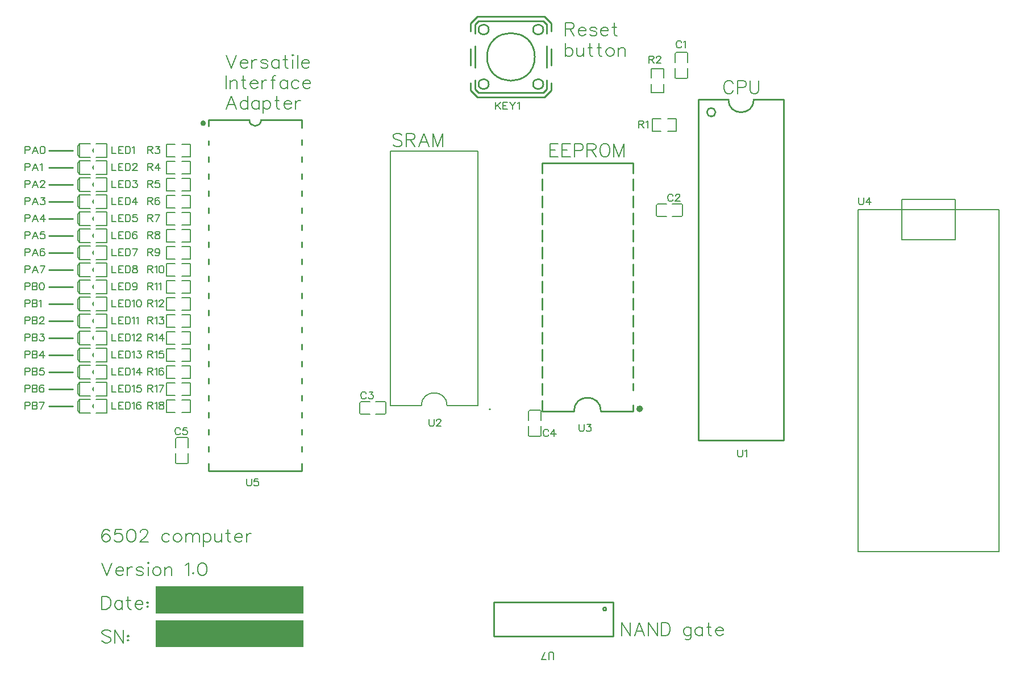
<source format=gto>
G04 Layer: TopSilkscreenLayer*
G04 EasyEDA v6.5.20, 2022-11-28 03:27:33*
G04 a67cddfb3fce44daa9051d46cbbcc19f,10*
G04 Gerber Generator version 0.2*
G04 Scale: 100 percent, Rotated: No, Reflected: No *
G04 Dimensions in inches *
G04 leading zeros omitted , absolute positions ,3 integer and 6 decimal *
%FSLAX36Y36*%
%MOIN*%

%ADD10C,0.0080*%
%ADD11C,0.0060*%
%ADD12C,0.0100*%
%ADD13C,0.0079*%
%ADD14C,0.0050*%
%ADD15C,0.0090*%
%ADD16C,0.0059*%
%ADD17C,0.0197*%
%ADD18C,0.0157*%
%ADD19C,0.0137*%

%LPD*%
D10*
X4254549Y3442500D02*
G01*
X4250950Y3449800D01*
X4243649Y3457100D01*
X4236350Y3460700D01*
X4221850Y3460700D01*
X4214549Y3457100D01*
X4207250Y3449800D01*
X4203649Y3442500D01*
X4200050Y3431599D01*
X4200050Y3413499D01*
X4203649Y3402500D01*
X4207250Y3395300D01*
X4214549Y3388000D01*
X4221850Y3384400D01*
X4236350Y3384400D01*
X4243649Y3388000D01*
X4250950Y3395300D01*
X4254549Y3402500D01*
X4278549Y3460700D02*
G01*
X4278549Y3384400D01*
X4278549Y3460700D02*
G01*
X4311250Y3460700D01*
X4322150Y3457100D01*
X4325850Y3453499D01*
X4329449Y3446199D01*
X4329449Y3435300D01*
X4325850Y3428000D01*
X4322150Y3424400D01*
X4311250Y3420700D01*
X4278549Y3420700D01*
X4353450Y3460700D02*
G01*
X4353450Y3406199D01*
X4357049Y3395300D01*
X4364350Y3388000D01*
X4375249Y3384400D01*
X4382550Y3384400D01*
X4393450Y3388000D01*
X4400749Y3395300D01*
X4404350Y3406199D01*
X4404350Y3460700D01*
X2310900Y3139850D02*
G01*
X2303599Y3147049D01*
X2292700Y3150749D01*
X2278199Y3150749D01*
X2267299Y3147049D01*
X2260000Y3139850D01*
X2260000Y3132550D01*
X2263599Y3125250D01*
X2267299Y3121649D01*
X2274499Y3117950D01*
X2296400Y3110749D01*
X2303599Y3107049D01*
X2307299Y3103449D01*
X2310900Y3096149D01*
X2310900Y3085250D01*
X2303599Y3077950D01*
X2292700Y3074349D01*
X2278199Y3074349D01*
X2267299Y3077950D01*
X2260000Y3085250D01*
X2334899Y3150749D02*
G01*
X2334899Y3074349D01*
X2334899Y3150749D02*
G01*
X2367600Y3150749D01*
X2378500Y3147049D01*
X2382200Y3143449D01*
X2385799Y3136149D01*
X2385799Y3128950D01*
X2382200Y3121649D01*
X2378500Y3117950D01*
X2367600Y3114349D01*
X2334899Y3114349D01*
X2360399Y3114349D02*
G01*
X2385799Y3074349D01*
X2438900Y3150749D02*
G01*
X2409799Y3074349D01*
X2438900Y3150749D02*
G01*
X2468000Y3074349D01*
X2420699Y3099850D02*
G01*
X2457100Y3099850D01*
X2491999Y3150749D02*
G01*
X2491999Y3074349D01*
X2491999Y3150749D02*
G01*
X2521099Y3074349D01*
X2550200Y3150749D02*
G01*
X2521099Y3074349D01*
X2550200Y3150749D02*
G01*
X2550200Y3074349D01*
X3180050Y3090749D02*
G01*
X3180050Y3014349D01*
X3180050Y3090749D02*
G01*
X3227250Y3090749D01*
X3180050Y3054349D02*
G01*
X3209049Y3054349D01*
X3180050Y3014349D02*
G01*
X3227250Y3014349D01*
X3251250Y3090749D02*
G01*
X3251250Y3014349D01*
X3251250Y3090749D02*
G01*
X3298549Y3090749D01*
X3251250Y3054349D02*
G01*
X3280349Y3054349D01*
X3251250Y3014349D02*
G01*
X3298549Y3014349D01*
X3322550Y3090749D02*
G01*
X3322550Y3014349D01*
X3322550Y3090749D02*
G01*
X3355249Y3090749D01*
X3366149Y3087049D01*
X3369849Y3083449D01*
X3373450Y3076149D01*
X3373450Y3065250D01*
X3369849Y3057950D01*
X3366149Y3054349D01*
X3355249Y3050749D01*
X3322550Y3050749D01*
X3397449Y3090749D02*
G01*
X3397449Y3014349D01*
X3397449Y3090749D02*
G01*
X3430150Y3090749D01*
X3441049Y3087049D01*
X3444750Y3083449D01*
X3448350Y3076149D01*
X3448350Y3068950D01*
X3444750Y3061649D01*
X3441049Y3057950D01*
X3430150Y3054349D01*
X3397449Y3054349D01*
X3422950Y3054349D02*
G01*
X3448350Y3014349D01*
X3494149Y3090749D02*
G01*
X3486949Y3087049D01*
X3479650Y3079850D01*
X3475950Y3072550D01*
X3472349Y3061649D01*
X3472349Y3043449D01*
X3475950Y3032550D01*
X3479650Y3025250D01*
X3486949Y3017950D01*
X3494149Y3014349D01*
X3508750Y3014349D01*
X3515950Y3017950D01*
X3523249Y3025250D01*
X3526949Y3032550D01*
X3530550Y3043449D01*
X3530550Y3061649D01*
X3526949Y3072550D01*
X3523249Y3079850D01*
X3515950Y3087049D01*
X3508750Y3090749D01*
X3494149Y3090749D01*
X3554549Y3090749D02*
G01*
X3554549Y3014349D01*
X3554549Y3090749D02*
G01*
X3583649Y3014349D01*
X3612749Y3090749D02*
G01*
X3583649Y3014349D01*
X3612749Y3090749D02*
G01*
X3612749Y3014349D01*
X1280000Y3610700D02*
G01*
X1309099Y3534400D01*
X1338199Y3610700D02*
G01*
X1309099Y3534400D01*
X1362200Y3563499D02*
G01*
X1405799Y3563499D01*
X1405799Y3570700D01*
X1402200Y3578000D01*
X1398500Y3581599D01*
X1391300Y3585300D01*
X1380399Y3585300D01*
X1373100Y3581599D01*
X1365799Y3574400D01*
X1362200Y3563499D01*
X1362200Y3556199D01*
X1365799Y3545300D01*
X1373100Y3538000D01*
X1380399Y3534400D01*
X1391300Y3534400D01*
X1398500Y3538000D01*
X1405799Y3545300D01*
X1429799Y3585300D02*
G01*
X1429799Y3534400D01*
X1429799Y3563499D02*
G01*
X1433500Y3574400D01*
X1440699Y3581599D01*
X1448000Y3585300D01*
X1458900Y3585300D01*
X1522899Y3574400D02*
G01*
X1519300Y3581599D01*
X1508400Y3585300D01*
X1497500Y3585300D01*
X1486499Y3581599D01*
X1482899Y3574400D01*
X1486499Y3567100D01*
X1493800Y3563499D01*
X1511999Y3559800D01*
X1519300Y3556199D01*
X1522899Y3548899D01*
X1522899Y3545300D01*
X1519300Y3538000D01*
X1508400Y3534400D01*
X1497500Y3534400D01*
X1486499Y3538000D01*
X1482899Y3545300D01*
X1590500Y3585300D02*
G01*
X1590500Y3534400D01*
X1590500Y3574400D02*
G01*
X1583299Y3581599D01*
X1576000Y3585300D01*
X1565100Y3585300D01*
X1557799Y3581599D01*
X1550500Y3574400D01*
X1546899Y3563499D01*
X1546899Y3556199D01*
X1550500Y3545300D01*
X1557799Y3538000D01*
X1565100Y3534400D01*
X1576000Y3534400D01*
X1583299Y3538000D01*
X1590500Y3545300D01*
X1625500Y3610700D02*
G01*
X1625500Y3548899D01*
X1629099Y3538000D01*
X1636400Y3534400D01*
X1643599Y3534400D01*
X1614499Y3585300D02*
G01*
X1640000Y3585300D01*
X1667600Y3610700D02*
G01*
X1671300Y3607100D01*
X1674899Y3610700D01*
X1671300Y3614400D01*
X1667600Y3610700D01*
X1671300Y3585300D02*
G01*
X1671300Y3534400D01*
X1698900Y3610700D02*
G01*
X1698900Y3534400D01*
X1722899Y3563499D02*
G01*
X1766499Y3563499D01*
X1766499Y3570700D01*
X1762899Y3578000D01*
X1759300Y3581599D01*
X1751999Y3585300D01*
X1741099Y3585300D01*
X1733800Y3581599D01*
X1726499Y3574400D01*
X1722899Y3563499D01*
X1722899Y3556199D01*
X1726499Y3545300D01*
X1733800Y3538000D01*
X1741099Y3534400D01*
X1751999Y3534400D01*
X1759300Y3538000D01*
X1766499Y3545300D01*
X1280000Y3490700D02*
G01*
X1280000Y3414400D01*
X1303999Y3465300D02*
G01*
X1303999Y3414400D01*
X1303999Y3450700D02*
G01*
X1314899Y3461599D01*
X1322200Y3465300D01*
X1333100Y3465300D01*
X1340399Y3461599D01*
X1343999Y3450700D01*
X1343999Y3414400D01*
X1378900Y3490700D02*
G01*
X1378900Y3428899D01*
X1382500Y3418000D01*
X1389799Y3414400D01*
X1397100Y3414400D01*
X1368000Y3465300D02*
G01*
X1393500Y3465300D01*
X1421099Y3443499D02*
G01*
X1464700Y3443499D01*
X1464700Y3450700D01*
X1461099Y3458000D01*
X1457500Y3461599D01*
X1450200Y3465300D01*
X1439300Y3465300D01*
X1431999Y3461599D01*
X1424700Y3454400D01*
X1421099Y3443499D01*
X1421099Y3436199D01*
X1424700Y3425300D01*
X1431999Y3418000D01*
X1439300Y3414400D01*
X1450200Y3414400D01*
X1457500Y3418000D01*
X1464700Y3425300D01*
X1488699Y3465300D02*
G01*
X1488699Y3414400D01*
X1488699Y3443499D02*
G01*
X1492399Y3454400D01*
X1499600Y3461599D01*
X1506899Y3465300D01*
X1517799Y3465300D01*
X1570900Y3490700D02*
G01*
X1563599Y3490700D01*
X1556400Y3487100D01*
X1552700Y3476199D01*
X1552700Y3414400D01*
X1541800Y3465300D02*
G01*
X1567299Y3465300D01*
X1638500Y3465300D02*
G01*
X1638500Y3414400D01*
X1638500Y3454400D02*
G01*
X1631300Y3461599D01*
X1623999Y3465300D01*
X1613100Y3465300D01*
X1605799Y3461599D01*
X1598500Y3454400D01*
X1594899Y3443499D01*
X1594899Y3436199D01*
X1598500Y3425300D01*
X1605799Y3418000D01*
X1613100Y3414400D01*
X1623999Y3414400D01*
X1631300Y3418000D01*
X1638500Y3425300D01*
X1706199Y3454400D02*
G01*
X1698900Y3461599D01*
X1691599Y3465300D01*
X1680699Y3465300D01*
X1673500Y3461599D01*
X1666199Y3454400D01*
X1662500Y3443499D01*
X1662500Y3436199D01*
X1666199Y3425300D01*
X1673500Y3418000D01*
X1680699Y3414400D01*
X1691599Y3414400D01*
X1698900Y3418000D01*
X1706199Y3425300D01*
X1730200Y3443499D02*
G01*
X1773800Y3443499D01*
X1773800Y3450700D01*
X1770200Y3458000D01*
X1766499Y3461599D01*
X1759300Y3465300D01*
X1748400Y3465300D01*
X1741099Y3461599D01*
X1733800Y3454400D01*
X1730200Y3443499D01*
X1730200Y3436199D01*
X1733800Y3425300D01*
X1741099Y3418000D01*
X1748400Y3414400D01*
X1759300Y3414400D01*
X1766499Y3418000D01*
X1773800Y3425300D01*
X1309099Y3370700D02*
G01*
X1280000Y3294400D01*
X1309099Y3370700D02*
G01*
X1338199Y3294400D01*
X1290900Y3319800D02*
G01*
X1327299Y3319800D01*
X1405799Y3370700D02*
G01*
X1405799Y3294400D01*
X1405799Y3334400D02*
G01*
X1398500Y3341599D01*
X1391300Y3345300D01*
X1380399Y3345300D01*
X1373100Y3341599D01*
X1365799Y3334400D01*
X1362200Y3323499D01*
X1362200Y3316199D01*
X1365799Y3305300D01*
X1373100Y3298000D01*
X1380399Y3294400D01*
X1391300Y3294400D01*
X1398500Y3298000D01*
X1405799Y3305300D01*
X1473500Y3345300D02*
G01*
X1473500Y3294400D01*
X1473500Y3334400D02*
G01*
X1466199Y3341599D01*
X1458900Y3345300D01*
X1448000Y3345300D01*
X1440699Y3341599D01*
X1433500Y3334400D01*
X1429799Y3323499D01*
X1429799Y3316199D01*
X1433500Y3305300D01*
X1440699Y3298000D01*
X1448000Y3294400D01*
X1458900Y3294400D01*
X1466199Y3298000D01*
X1473500Y3305300D01*
X1497500Y3345300D02*
G01*
X1497500Y3268899D01*
X1497500Y3334400D02*
G01*
X1504700Y3341599D01*
X1511999Y3345300D01*
X1522899Y3345300D01*
X1530200Y3341599D01*
X1537500Y3334400D01*
X1541099Y3323499D01*
X1541099Y3316199D01*
X1537500Y3305300D01*
X1530200Y3298000D01*
X1522899Y3294400D01*
X1511999Y3294400D01*
X1504700Y3298000D01*
X1497500Y3305300D01*
X1576000Y3370700D02*
G01*
X1576000Y3308899D01*
X1579600Y3298000D01*
X1586899Y3294400D01*
X1594200Y3294400D01*
X1565100Y3345300D02*
G01*
X1590500Y3345300D01*
X1618199Y3323499D02*
G01*
X1661800Y3323499D01*
X1661800Y3330700D01*
X1658199Y3338000D01*
X1654499Y3341599D01*
X1647299Y3345300D01*
X1636400Y3345300D01*
X1629099Y3341599D01*
X1621800Y3334400D01*
X1618199Y3323499D01*
X1618199Y3316199D01*
X1621800Y3305300D01*
X1629099Y3298000D01*
X1636400Y3294400D01*
X1647299Y3294400D01*
X1654499Y3298000D01*
X1661800Y3305300D01*
X1685799Y3345300D02*
G01*
X1685799Y3294400D01*
X1685799Y3323499D02*
G01*
X1689499Y3334400D01*
X1696700Y3341599D01*
X1703999Y3345300D01*
X1714899Y3345300D01*
X3600000Y280749D02*
G01*
X3600000Y204349D01*
X3600000Y280749D02*
G01*
X3650900Y204349D01*
X3650900Y280749D02*
G01*
X3650900Y204349D01*
X3703999Y280749D02*
G01*
X3674899Y204349D01*
X3703999Y280749D02*
G01*
X3733100Y204349D01*
X3685799Y229850D02*
G01*
X3722200Y229850D01*
X3757100Y280749D02*
G01*
X3757100Y204349D01*
X3757100Y280749D02*
G01*
X3808000Y204349D01*
X3808000Y280749D02*
G01*
X3808000Y204349D01*
X3831999Y280749D02*
G01*
X3831999Y204349D01*
X3831999Y280749D02*
G01*
X3857500Y280749D01*
X3868400Y277049D01*
X3875600Y269850D01*
X3879300Y262550D01*
X3882899Y251649D01*
X3882899Y233449D01*
X3879300Y222550D01*
X3875600Y215250D01*
X3868400Y207950D01*
X3857500Y204349D01*
X3831999Y204349D01*
X4006499Y255250D02*
G01*
X4006499Y197049D01*
X4002899Y186149D01*
X3999300Y182550D01*
X3991999Y178949D01*
X3981099Y178949D01*
X3973800Y182550D01*
X4006499Y244349D02*
G01*
X3999300Y251649D01*
X3991999Y255250D01*
X3981099Y255250D01*
X3973800Y251649D01*
X3966499Y244349D01*
X3962899Y233449D01*
X3962899Y226149D01*
X3966499Y215250D01*
X3973800Y207950D01*
X3981099Y204349D01*
X3991999Y204349D01*
X3999300Y207950D01*
X4006499Y215250D01*
X4074200Y255250D02*
G01*
X4074200Y204349D01*
X4074200Y244349D02*
G01*
X4066899Y251649D01*
X4059600Y255250D01*
X4048699Y255250D01*
X4041499Y251649D01*
X4034200Y244349D01*
X4030500Y233449D01*
X4030500Y226149D01*
X4034200Y215250D01*
X4041499Y207950D01*
X4048699Y204349D01*
X4059600Y204349D01*
X4066899Y207950D01*
X4074200Y215250D01*
X4109099Y280749D02*
G01*
X4109099Y218949D01*
X4112700Y207950D01*
X4120000Y204349D01*
X4127299Y204349D01*
X4098199Y255250D02*
G01*
X4123599Y255250D01*
X4151300Y233449D02*
G01*
X4194899Y233449D01*
X4194899Y240749D01*
X4191300Y247950D01*
X4187600Y251649D01*
X4180399Y255250D01*
X4169499Y255250D01*
X4162200Y251649D01*
X4154899Y244349D01*
X4151300Y233449D01*
X4151300Y226149D01*
X4154899Y215250D01*
X4162200Y207950D01*
X4169499Y204349D01*
X4180399Y204349D01*
X4187600Y207950D01*
X4194899Y215250D01*
X100000Y3075399D02*
G01*
X100000Y3032500D01*
X100000Y3075399D02*
G01*
X118400Y3075399D01*
X124499Y3073400D01*
X126599Y3071300D01*
X128600Y3067199D01*
X128600Y3061100D01*
X126599Y3056999D01*
X124499Y3055000D01*
X118400Y3052899D01*
X100000Y3052899D01*
X158499Y3075399D02*
G01*
X142100Y3032500D01*
X158499Y3075399D02*
G01*
X174899Y3032500D01*
X148299Y3046799D02*
G01*
X168699Y3046799D01*
X200599Y3075399D02*
G01*
X194499Y3073400D01*
X190399Y3067199D01*
X188400Y3056999D01*
X188400Y3050900D01*
X190399Y3040599D01*
X194499Y3034499D01*
X200599Y3032500D01*
X204699Y3032500D01*
X210900Y3034499D01*
X215000Y3040599D01*
X216999Y3050900D01*
X216999Y3056999D01*
X215000Y3067199D01*
X210900Y3073400D01*
X204699Y3075399D01*
X200599Y3075399D01*
X100000Y2975399D02*
G01*
X100000Y2932500D01*
X100000Y2975399D02*
G01*
X118400Y2975399D01*
X124499Y2973400D01*
X126599Y2971300D01*
X128600Y2967199D01*
X128600Y2961100D01*
X126599Y2956999D01*
X124499Y2955000D01*
X118400Y2952899D01*
X100000Y2952899D01*
X158499Y2975399D02*
G01*
X142100Y2932500D01*
X158499Y2975399D02*
G01*
X174899Y2932500D01*
X148299Y2946799D02*
G01*
X168699Y2946799D01*
X188400Y2967199D02*
G01*
X192500Y2969299D01*
X198600Y2975399D01*
X198600Y2932500D01*
X100000Y2775399D02*
G01*
X100000Y2732500D01*
X100000Y2775399D02*
G01*
X118400Y2775399D01*
X124499Y2773400D01*
X126599Y2771300D01*
X128600Y2767199D01*
X128600Y2761100D01*
X126599Y2756999D01*
X124499Y2755000D01*
X118400Y2752899D01*
X100000Y2752899D01*
X158499Y2775399D02*
G01*
X142100Y2732500D01*
X158499Y2775399D02*
G01*
X174899Y2732500D01*
X148299Y2746799D02*
G01*
X168699Y2746799D01*
X192500Y2775399D02*
G01*
X215000Y2775399D01*
X202699Y2759000D01*
X208800Y2759000D01*
X212899Y2756999D01*
X215000Y2755000D01*
X216999Y2748800D01*
X216999Y2744699D01*
X215000Y2738600D01*
X210900Y2734499D01*
X204699Y2732500D01*
X198600Y2732500D01*
X192500Y2734499D01*
X190399Y2736500D01*
X188400Y2740599D01*
X100000Y2875399D02*
G01*
X100000Y2832500D01*
X100000Y2875399D02*
G01*
X118400Y2875399D01*
X124499Y2873400D01*
X126599Y2871300D01*
X128600Y2867199D01*
X128600Y2861100D01*
X126599Y2856999D01*
X124499Y2855000D01*
X118400Y2852899D01*
X100000Y2852899D01*
X158499Y2875399D02*
G01*
X142100Y2832500D01*
X158499Y2875399D02*
G01*
X174899Y2832500D01*
X148299Y2846799D02*
G01*
X168699Y2846799D01*
X190399Y2865200D02*
G01*
X190399Y2867199D01*
X192500Y2871300D01*
X194499Y2873400D01*
X198600Y2875399D01*
X206799Y2875399D01*
X210900Y2873400D01*
X212899Y2871300D01*
X215000Y2867199D01*
X215000Y2863099D01*
X212899Y2859000D01*
X208800Y2852899D01*
X188400Y2832500D01*
X216999Y2832500D01*
X100000Y2475399D02*
G01*
X100000Y2432500D01*
X100000Y2475399D02*
G01*
X118400Y2475399D01*
X124499Y2473400D01*
X126599Y2471300D01*
X128600Y2467199D01*
X128600Y2461100D01*
X126599Y2456999D01*
X124499Y2455000D01*
X118400Y2452899D01*
X100000Y2452899D01*
X158499Y2475399D02*
G01*
X142100Y2432500D01*
X158499Y2475399D02*
G01*
X174899Y2432500D01*
X148299Y2446799D02*
G01*
X168699Y2446799D01*
X212899Y2469299D02*
G01*
X210900Y2473400D01*
X204699Y2475399D01*
X200599Y2475399D01*
X194499Y2473400D01*
X190399Y2467199D01*
X188400Y2456999D01*
X188400Y2446799D01*
X190399Y2438600D01*
X194499Y2434499D01*
X200599Y2432500D01*
X202699Y2432500D01*
X208800Y2434499D01*
X212899Y2438600D01*
X215000Y2444699D01*
X215000Y2446799D01*
X212899Y2452899D01*
X208800Y2456999D01*
X202699Y2459000D01*
X200599Y2459000D01*
X194499Y2456999D01*
X190399Y2452899D01*
X188400Y2446799D01*
X100000Y2375399D02*
G01*
X100000Y2332500D01*
X100000Y2375399D02*
G01*
X118400Y2375399D01*
X124499Y2373400D01*
X126599Y2371300D01*
X128600Y2367199D01*
X128600Y2361100D01*
X126599Y2356999D01*
X124499Y2355000D01*
X118400Y2352899D01*
X100000Y2352899D01*
X158499Y2375399D02*
G01*
X142100Y2332500D01*
X158499Y2375399D02*
G01*
X174899Y2332500D01*
X148299Y2346799D02*
G01*
X168699Y2346799D01*
X216999Y2375399D02*
G01*
X196500Y2332500D01*
X188400Y2375399D02*
G01*
X216999Y2375399D01*
X100000Y2575399D02*
G01*
X100000Y2532500D01*
X100000Y2575399D02*
G01*
X118400Y2575399D01*
X124499Y2573400D01*
X126599Y2571300D01*
X128600Y2567199D01*
X128600Y2561100D01*
X126599Y2556999D01*
X124499Y2555000D01*
X118400Y2552899D01*
X100000Y2552899D01*
X158499Y2575399D02*
G01*
X142100Y2532500D01*
X158499Y2575399D02*
G01*
X174899Y2532500D01*
X148299Y2546799D02*
G01*
X168699Y2546799D01*
X212899Y2575399D02*
G01*
X192500Y2575399D01*
X190399Y2556999D01*
X192500Y2559000D01*
X198600Y2561100D01*
X204699Y2561100D01*
X210900Y2559000D01*
X215000Y2555000D01*
X216999Y2548800D01*
X216999Y2544699D01*
X215000Y2538600D01*
X210900Y2534499D01*
X204699Y2532500D01*
X198600Y2532500D01*
X192500Y2534499D01*
X190399Y2536500D01*
X188400Y2540599D01*
X100000Y2675399D02*
G01*
X100000Y2632500D01*
X100000Y2675399D02*
G01*
X118400Y2675399D01*
X124499Y2673400D01*
X126599Y2671300D01*
X128600Y2667199D01*
X128600Y2661100D01*
X126599Y2656999D01*
X124499Y2655000D01*
X118400Y2652899D01*
X100000Y2652899D01*
X158499Y2675399D02*
G01*
X142100Y2632500D01*
X158499Y2675399D02*
G01*
X174899Y2632500D01*
X148299Y2646799D02*
G01*
X168699Y2646799D01*
X208800Y2675399D02*
G01*
X188400Y2646799D01*
X219000Y2646799D01*
X208800Y2675399D02*
G01*
X208800Y2632500D01*
X100000Y2075399D02*
G01*
X100000Y2032500D01*
X100000Y2075399D02*
G01*
X118400Y2075399D01*
X124499Y2073400D01*
X126599Y2071300D01*
X128600Y2067199D01*
X128600Y2061100D01*
X126599Y2056999D01*
X124499Y2055000D01*
X118400Y2052899D01*
X100000Y2052899D01*
X142100Y2075399D02*
G01*
X142100Y2032500D01*
X142100Y2075399D02*
G01*
X160500Y2075399D01*
X166700Y2073400D01*
X168699Y2071300D01*
X170799Y2067199D01*
X170799Y2063099D01*
X168699Y2059000D01*
X166700Y2056999D01*
X160500Y2055000D01*
X142100Y2055000D02*
G01*
X160500Y2055000D01*
X166700Y2052899D01*
X168699Y2050900D01*
X170799Y2046799D01*
X170799Y2040599D01*
X168699Y2036500D01*
X166700Y2034499D01*
X160500Y2032500D01*
X142100Y2032500D01*
X186300Y2065199D02*
G01*
X186300Y2067199D01*
X188400Y2071300D01*
X190399Y2073400D01*
X194499Y2075399D01*
X202699Y2075399D01*
X206799Y2073400D01*
X208800Y2071300D01*
X210900Y2067199D01*
X210900Y2063099D01*
X208800Y2059000D01*
X204699Y2052899D01*
X184299Y2032500D01*
X212899Y2032500D01*
X100000Y1975399D02*
G01*
X100000Y1932500D01*
X100000Y1975399D02*
G01*
X118400Y1975399D01*
X124499Y1973400D01*
X126599Y1971300D01*
X128600Y1967199D01*
X128600Y1961100D01*
X126599Y1956999D01*
X124499Y1955000D01*
X118400Y1952899D01*
X100000Y1952899D01*
X142100Y1975399D02*
G01*
X142100Y1932500D01*
X142100Y1975399D02*
G01*
X160500Y1975399D01*
X166700Y1973400D01*
X168699Y1971300D01*
X170799Y1967199D01*
X170799Y1963099D01*
X168699Y1959000D01*
X166700Y1956999D01*
X160500Y1955000D01*
X142100Y1955000D02*
G01*
X160500Y1955000D01*
X166700Y1952899D01*
X168699Y1950900D01*
X170799Y1946799D01*
X170799Y1940599D01*
X168699Y1936500D01*
X166700Y1934499D01*
X160500Y1932500D01*
X142100Y1932500D01*
X188400Y1975399D02*
G01*
X210900Y1975399D01*
X198600Y1959000D01*
X204699Y1959000D01*
X208800Y1956999D01*
X210900Y1955000D01*
X212899Y1948800D01*
X212899Y1944699D01*
X210900Y1938600D01*
X206799Y1934499D01*
X200599Y1932500D01*
X194499Y1932500D01*
X188400Y1934499D01*
X186300Y1936500D01*
X184299Y1940599D01*
X100000Y2175399D02*
G01*
X100000Y2132500D01*
X100000Y2175399D02*
G01*
X118400Y2175399D01*
X124499Y2173400D01*
X126599Y2171300D01*
X128600Y2167199D01*
X128600Y2161100D01*
X126599Y2156999D01*
X124499Y2155000D01*
X118400Y2152899D01*
X100000Y2152899D01*
X142100Y2175399D02*
G01*
X142100Y2132500D01*
X142100Y2175399D02*
G01*
X160500Y2175399D01*
X166700Y2173400D01*
X168699Y2171300D01*
X170799Y2167199D01*
X170799Y2163099D01*
X168699Y2159000D01*
X166700Y2156999D01*
X160500Y2155000D01*
X142100Y2155000D02*
G01*
X160500Y2155000D01*
X166700Y2152899D01*
X168699Y2150900D01*
X170799Y2146799D01*
X170799Y2140599D01*
X168699Y2136500D01*
X166700Y2134499D01*
X160500Y2132500D01*
X142100Y2132500D01*
X184299Y2167199D02*
G01*
X188400Y2169299D01*
X194499Y2175399D01*
X194499Y2132500D01*
X100000Y2275399D02*
G01*
X100000Y2232500D01*
X100000Y2275399D02*
G01*
X118400Y2275399D01*
X124499Y2273400D01*
X126599Y2271300D01*
X128600Y2267199D01*
X128600Y2261100D01*
X126599Y2256999D01*
X124499Y2255000D01*
X118400Y2252899D01*
X100000Y2252899D01*
X142100Y2275399D02*
G01*
X142100Y2232500D01*
X142100Y2275399D02*
G01*
X160500Y2275399D01*
X166700Y2273400D01*
X168699Y2271300D01*
X170799Y2267199D01*
X170799Y2263099D01*
X168699Y2259000D01*
X166700Y2256999D01*
X160500Y2255000D01*
X142100Y2255000D02*
G01*
X160500Y2255000D01*
X166700Y2252899D01*
X168699Y2250900D01*
X170799Y2246799D01*
X170799Y2240599D01*
X168699Y2236500D01*
X166700Y2234499D01*
X160500Y2232500D01*
X142100Y2232500D01*
X196500Y2275399D02*
G01*
X190399Y2273400D01*
X186300Y2267199D01*
X184299Y2256999D01*
X184299Y2250900D01*
X186300Y2240599D01*
X190399Y2234499D01*
X196500Y2232500D01*
X200599Y2232500D01*
X206799Y2234499D01*
X210900Y2240599D01*
X212899Y2250900D01*
X212899Y2256999D01*
X210900Y2267199D01*
X206799Y2273400D01*
X200599Y2275399D01*
X196500Y2275399D01*
X100000Y1675399D02*
G01*
X100000Y1632500D01*
X100000Y1675399D02*
G01*
X118400Y1675399D01*
X124499Y1673400D01*
X126599Y1671300D01*
X128600Y1667199D01*
X128600Y1661100D01*
X126599Y1656999D01*
X124499Y1655000D01*
X118400Y1652899D01*
X100000Y1652899D01*
X142100Y1675399D02*
G01*
X142100Y1632500D01*
X142100Y1675399D02*
G01*
X160500Y1675399D01*
X166700Y1673400D01*
X168699Y1671300D01*
X170799Y1667199D01*
X170799Y1663099D01*
X168699Y1659000D01*
X166700Y1656999D01*
X160500Y1655000D01*
X142100Y1655000D02*
G01*
X160500Y1655000D01*
X166700Y1652899D01*
X168699Y1650900D01*
X170799Y1646799D01*
X170799Y1640599D01*
X168699Y1636500D01*
X166700Y1634499D01*
X160500Y1632500D01*
X142100Y1632500D01*
X208800Y1669299D02*
G01*
X206799Y1673400D01*
X200599Y1675399D01*
X196500Y1675399D01*
X190399Y1673400D01*
X186300Y1667199D01*
X184299Y1656999D01*
X184299Y1646799D01*
X186300Y1638600D01*
X190399Y1634499D01*
X196500Y1632500D01*
X198600Y1632500D01*
X204699Y1634499D01*
X208800Y1638600D01*
X210900Y1644699D01*
X210900Y1646799D01*
X208800Y1652899D01*
X204699Y1656999D01*
X198600Y1659000D01*
X196500Y1659000D01*
X190399Y1656999D01*
X186300Y1652899D01*
X184299Y1646799D01*
X100000Y1575399D02*
G01*
X100000Y1532500D01*
X100000Y1575399D02*
G01*
X118400Y1575399D01*
X124499Y1573400D01*
X126599Y1571300D01*
X128600Y1567199D01*
X128600Y1561100D01*
X126599Y1556999D01*
X124499Y1555000D01*
X118400Y1552899D01*
X100000Y1552899D01*
X142100Y1575399D02*
G01*
X142100Y1532500D01*
X142100Y1575399D02*
G01*
X160500Y1575399D01*
X166700Y1573400D01*
X168699Y1571300D01*
X170799Y1567199D01*
X170799Y1563099D01*
X168699Y1559000D01*
X166700Y1556999D01*
X160500Y1555000D01*
X142100Y1555000D02*
G01*
X160500Y1555000D01*
X166700Y1552899D01*
X168699Y1550900D01*
X170799Y1546799D01*
X170799Y1540599D01*
X168699Y1536500D01*
X166700Y1534499D01*
X160500Y1532500D01*
X142100Y1532500D01*
X212899Y1575399D02*
G01*
X192500Y1532500D01*
X184299Y1575399D02*
G01*
X212899Y1575399D01*
X100000Y1775399D02*
G01*
X100000Y1732500D01*
X100000Y1775399D02*
G01*
X118400Y1775399D01*
X124499Y1773400D01*
X126599Y1771300D01*
X128600Y1767199D01*
X128600Y1761100D01*
X126599Y1756999D01*
X124499Y1755000D01*
X118400Y1752899D01*
X100000Y1752899D01*
X142100Y1775399D02*
G01*
X142100Y1732500D01*
X142100Y1775399D02*
G01*
X160500Y1775399D01*
X166700Y1773400D01*
X168699Y1771300D01*
X170799Y1767199D01*
X170799Y1763099D01*
X168699Y1759000D01*
X166700Y1756999D01*
X160500Y1755000D01*
X142100Y1755000D02*
G01*
X160500Y1755000D01*
X166700Y1752899D01*
X168699Y1750900D01*
X170799Y1746799D01*
X170799Y1740599D01*
X168699Y1736500D01*
X166700Y1734499D01*
X160500Y1732500D01*
X142100Y1732500D01*
X208800Y1775399D02*
G01*
X188400Y1775399D01*
X186300Y1756999D01*
X188400Y1759000D01*
X194499Y1761100D01*
X200599Y1761100D01*
X206799Y1759000D01*
X210900Y1755000D01*
X212899Y1748800D01*
X212899Y1744699D01*
X210900Y1738600D01*
X206799Y1734499D01*
X200599Y1732500D01*
X194499Y1732500D01*
X188400Y1734499D01*
X186300Y1736500D01*
X184299Y1740599D01*
X100000Y1875399D02*
G01*
X100000Y1832500D01*
X100000Y1875399D02*
G01*
X118400Y1875399D01*
X124499Y1873400D01*
X126599Y1871300D01*
X128600Y1867199D01*
X128600Y1861100D01*
X126599Y1856999D01*
X124499Y1855000D01*
X118400Y1852899D01*
X100000Y1852899D01*
X142100Y1875399D02*
G01*
X142100Y1832500D01*
X142100Y1875399D02*
G01*
X160500Y1875399D01*
X166700Y1873400D01*
X168699Y1871300D01*
X170799Y1867199D01*
X170799Y1863099D01*
X168699Y1859000D01*
X166700Y1856999D01*
X160500Y1855000D01*
X142100Y1855000D02*
G01*
X160500Y1855000D01*
X166700Y1852899D01*
X168699Y1850900D01*
X170799Y1846799D01*
X170799Y1840599D01*
X168699Y1836500D01*
X166700Y1834499D01*
X160500Y1832500D01*
X142100Y1832500D01*
X204699Y1875399D02*
G01*
X184299Y1846799D01*
X215000Y1846799D01*
X204699Y1875399D02*
G01*
X204699Y1832500D01*
X3270000Y3800700D02*
G01*
X3270000Y3724400D01*
X3270000Y3800700D02*
G01*
X3302700Y3800700D01*
X3313599Y3797100D01*
X3317299Y3793499D01*
X3320900Y3786199D01*
X3320900Y3778899D01*
X3317299Y3771599D01*
X3313599Y3768000D01*
X3302700Y3764400D01*
X3270000Y3764400D01*
X3295500Y3764400D02*
G01*
X3320900Y3724400D01*
X3344899Y3753499D02*
G01*
X3388500Y3753499D01*
X3388500Y3760700D01*
X3384899Y3768000D01*
X3381300Y3771599D01*
X3373999Y3775300D01*
X3363100Y3775300D01*
X3355799Y3771599D01*
X3348500Y3764400D01*
X3344899Y3753499D01*
X3344899Y3746199D01*
X3348500Y3735300D01*
X3355799Y3728000D01*
X3363100Y3724400D01*
X3373999Y3724400D01*
X3381300Y3728000D01*
X3388500Y3735300D01*
X3452500Y3764400D02*
G01*
X3448900Y3771599D01*
X3438000Y3775300D01*
X3427100Y3775300D01*
X3416199Y3771599D01*
X3412500Y3764400D01*
X3416199Y3757100D01*
X3423500Y3753499D01*
X3441599Y3749800D01*
X3448900Y3746199D01*
X3452500Y3738899D01*
X3452500Y3735300D01*
X3448900Y3728000D01*
X3438000Y3724400D01*
X3427100Y3724400D01*
X3416199Y3728000D01*
X3412500Y3735300D01*
X3476499Y3753499D02*
G01*
X3520200Y3753499D01*
X3520200Y3760700D01*
X3516499Y3768000D01*
X3512899Y3771599D01*
X3505600Y3775300D01*
X3494700Y3775300D01*
X3487500Y3771599D01*
X3480200Y3764400D01*
X3476499Y3753499D01*
X3476499Y3746199D01*
X3480200Y3735300D01*
X3487500Y3728000D01*
X3494700Y3724400D01*
X3505600Y3724400D01*
X3512899Y3728000D01*
X3520200Y3735300D01*
X3555100Y3800700D02*
G01*
X3555100Y3738899D01*
X3558699Y3728000D01*
X3566000Y3724400D01*
X3573299Y3724400D01*
X3544200Y3775300D02*
G01*
X3569600Y3775300D01*
X3270000Y3680700D02*
G01*
X3270000Y3604400D01*
X3270000Y3644400D02*
G01*
X3277299Y3651599D01*
X3284499Y3655300D01*
X3295500Y3655300D01*
X3302700Y3651599D01*
X3310000Y3644400D01*
X3313599Y3633499D01*
X3313599Y3626199D01*
X3310000Y3615300D01*
X3302700Y3608000D01*
X3295500Y3604400D01*
X3284499Y3604400D01*
X3277299Y3608000D01*
X3270000Y3615300D01*
X3337600Y3655300D02*
G01*
X3337600Y3618899D01*
X3341300Y3608000D01*
X3348500Y3604400D01*
X3359499Y3604400D01*
X3366700Y3608000D01*
X3377600Y3618899D01*
X3377600Y3655300D02*
G01*
X3377600Y3604400D01*
X3412500Y3680700D02*
G01*
X3412500Y3618899D01*
X3416199Y3608000D01*
X3423500Y3604400D01*
X3430699Y3604400D01*
X3401599Y3655300D02*
G01*
X3427100Y3655300D01*
X3465600Y3680700D02*
G01*
X3465600Y3618899D01*
X3469300Y3608000D01*
X3476499Y3604400D01*
X3483800Y3604400D01*
X3454700Y3655300D02*
G01*
X3480200Y3655300D01*
X3526000Y3655300D02*
G01*
X3518699Y3651599D01*
X3511499Y3644400D01*
X3507799Y3633499D01*
X3507799Y3626199D01*
X3511499Y3615300D01*
X3518699Y3608000D01*
X3526000Y3604400D01*
X3536899Y3604400D01*
X3544200Y3608000D01*
X3551499Y3615300D01*
X3555100Y3626199D01*
X3555100Y3633499D01*
X3551499Y3644400D01*
X3544200Y3651599D01*
X3536899Y3655300D01*
X3526000Y3655300D01*
X3579099Y3655300D02*
G01*
X3579099Y3604400D01*
X3579099Y3640700D02*
G01*
X3590000Y3651599D01*
X3597299Y3655300D01*
X3608199Y3655300D01*
X3615500Y3651599D01*
X3619099Y3640700D01*
X3619099Y3604400D01*
X602087Y227301D02*
G01*
X594814Y234573D01*
X583906Y238209D01*
X569360Y238209D01*
X558452Y234573D01*
X551179Y227301D01*
X551179Y220028D01*
X554814Y212755D01*
X558452Y209119D01*
X565724Y205482D01*
X587543Y198209D01*
X594814Y194573D01*
X598452Y190938D01*
X602087Y183665D01*
X602087Y172755D01*
X594814Y165482D01*
X583906Y161846D01*
X569360Y161846D01*
X558452Y165482D01*
X551179Y172755D01*
X626087Y238209D02*
G01*
X626087Y161846D01*
X626087Y238209D02*
G01*
X676997Y161846D01*
X676997Y238209D02*
G01*
X676997Y161846D01*
X704634Y205482D02*
G01*
X700997Y201846D01*
X704634Y198209D01*
X708270Y201846D01*
X704634Y205482D01*
X704634Y180028D02*
G01*
X700997Y176392D01*
X704634Y172755D01*
X708270Y176392D01*
X704634Y180028D01*
X551179Y435059D02*
G01*
X551179Y358697D01*
X551179Y435059D02*
G01*
X576633Y435059D01*
X587543Y431424D01*
X594814Y424151D01*
X598452Y416878D01*
X602087Y405969D01*
X602087Y387788D01*
X598452Y376878D01*
X594814Y369605D01*
X587543Y362332D01*
X576633Y358697D01*
X551179Y358697D01*
X669724Y409605D02*
G01*
X669724Y358697D01*
X669724Y398697D02*
G01*
X662451Y405969D01*
X655178Y409605D01*
X644270Y409605D01*
X636997Y405969D01*
X629724Y398697D01*
X626087Y387788D01*
X626087Y380515D01*
X629724Y369605D01*
X636997Y362332D01*
X644270Y358697D01*
X655178Y358697D01*
X662451Y362332D01*
X669724Y369605D01*
X704634Y435059D02*
G01*
X704634Y373242D01*
X708270Y362332D01*
X715542Y358697D01*
X722815Y358697D01*
X693724Y409605D02*
G01*
X719178Y409605D01*
X746815Y387788D02*
G01*
X790451Y387788D01*
X790451Y395059D01*
X786814Y402332D01*
X783179Y405969D01*
X775906Y409605D01*
X764997Y409605D01*
X757723Y405969D01*
X750452Y398697D01*
X746815Y387788D01*
X746815Y380515D01*
X750452Y369605D01*
X757723Y362332D01*
X764997Y358697D01*
X775906Y358697D01*
X783179Y362332D01*
X790451Y369605D01*
X818087Y402332D02*
G01*
X814452Y398697D01*
X818087Y395059D01*
X821724Y398697D01*
X818087Y402332D01*
X818087Y376878D02*
G01*
X814452Y373242D01*
X818087Y369605D01*
X821724Y373242D01*
X818087Y376878D01*
X551174Y631909D02*
G01*
X580266Y555545D01*
X609357Y631909D02*
G01*
X580266Y555545D01*
X633357Y584636D02*
G01*
X676993Y584636D01*
X676993Y591909D01*
X673357Y599182D01*
X669720Y602818D01*
X662447Y606455D01*
X651538Y606455D01*
X644265Y602818D01*
X636993Y595545D01*
X633357Y584636D01*
X633357Y577363D01*
X636993Y566455D01*
X644265Y559182D01*
X651538Y555545D01*
X662447Y555545D01*
X669720Y559182D01*
X676993Y566455D01*
X700992Y606455D02*
G01*
X700992Y555545D01*
X700992Y584636D02*
G01*
X704630Y595545D01*
X711902Y602818D01*
X719175Y606455D01*
X730084Y606455D01*
X794084Y595545D02*
G01*
X790447Y602818D01*
X779539Y606455D01*
X768630Y606455D01*
X757719Y602818D01*
X754083Y595545D01*
X757719Y588272D01*
X764993Y584636D01*
X783175Y580999D01*
X790447Y577363D01*
X794084Y570091D01*
X794084Y566455D01*
X790447Y559182D01*
X779539Y555545D01*
X768630Y555545D01*
X757719Y559182D01*
X754083Y566455D01*
X818083Y631909D02*
G01*
X821719Y628272D01*
X825357Y631909D01*
X821719Y635545D01*
X818083Y631909D01*
X821719Y606455D02*
G01*
X821719Y555545D01*
X867538Y606455D02*
G01*
X860266Y602818D01*
X852992Y595545D01*
X849357Y584636D01*
X849357Y577363D01*
X852992Y566455D01*
X860266Y559182D01*
X867538Y555545D01*
X878447Y555545D01*
X885720Y559182D01*
X892992Y566455D01*
X896629Y577363D01*
X896629Y584636D01*
X892992Y595545D01*
X885720Y602818D01*
X878447Y606455D01*
X867538Y606455D01*
X920630Y606455D02*
G01*
X920630Y555545D01*
X920630Y591909D02*
G01*
X931539Y602818D01*
X938810Y606455D01*
X949719Y606455D01*
X956993Y602818D01*
X960630Y591909D01*
X960630Y555545D01*
X1040630Y617363D02*
G01*
X1047902Y620999D01*
X1058810Y631909D01*
X1058810Y555545D01*
X1086448Y573726D02*
G01*
X1082811Y570091D01*
X1086448Y566455D01*
X1090083Y570091D01*
X1086448Y573726D01*
X1135901Y631909D02*
G01*
X1124993Y628272D01*
X1117719Y617363D01*
X1114084Y599182D01*
X1114084Y588272D01*
X1117719Y570091D01*
X1124993Y559182D01*
X1135901Y555545D01*
X1143175Y555545D01*
X1154084Y559182D01*
X1161356Y570091D01*
X1164993Y588272D01*
X1164993Y599182D01*
X1161356Y617363D01*
X1154084Y628272D01*
X1143175Y631909D01*
X1135901Y631909D01*
X594780Y817829D02*
G01*
X591179Y825129D01*
X580279Y828730D01*
X572979Y828730D01*
X562080Y825129D01*
X554780Y814229D01*
X551179Y796030D01*
X551179Y777829D01*
X554780Y763330D01*
X562080Y756030D01*
X572979Y752429D01*
X576680Y752429D01*
X587579Y756030D01*
X594780Y763330D01*
X598479Y774229D01*
X598479Y777829D01*
X594780Y788730D01*
X587579Y796030D01*
X576680Y799630D01*
X572979Y799630D01*
X562080Y796030D01*
X554780Y788730D01*
X551179Y777829D01*
X666080Y828730D02*
G01*
X629679Y828730D01*
X626080Y796030D01*
X629679Y799630D01*
X640680Y803330D01*
X651579Y803330D01*
X662480Y799630D01*
X669679Y792429D01*
X673380Y781529D01*
X673380Y774229D01*
X669679Y763330D01*
X662480Y756030D01*
X651579Y752429D01*
X640680Y752429D01*
X629679Y756030D01*
X626080Y759630D01*
X622480Y766930D01*
X719180Y828730D02*
G01*
X708279Y825129D01*
X700979Y814229D01*
X697379Y796030D01*
X697379Y785129D01*
X700979Y766930D01*
X708279Y756030D01*
X719180Y752429D01*
X726480Y752429D01*
X737379Y756030D01*
X744679Y766930D01*
X748279Y785129D01*
X748279Y796030D01*
X744679Y814229D01*
X737379Y825129D01*
X726480Y828730D01*
X719180Y828730D01*
X775879Y810529D02*
G01*
X775879Y814229D01*
X779579Y821529D01*
X783180Y825129D01*
X790479Y828730D01*
X804979Y828730D01*
X812280Y825129D01*
X815879Y821529D01*
X819579Y814229D01*
X819579Y806930D01*
X815879Y799630D01*
X808680Y788730D01*
X772280Y752429D01*
X823180Y752429D01*
X946779Y792429D02*
G01*
X939579Y799630D01*
X932280Y803330D01*
X921379Y803330D01*
X914080Y799630D01*
X906779Y792429D01*
X903180Y781529D01*
X903180Y774229D01*
X906779Y763330D01*
X914080Y756030D01*
X921379Y752429D01*
X932280Y752429D01*
X939579Y756030D01*
X946779Y763330D01*
X988980Y803330D02*
G01*
X981679Y799630D01*
X974480Y792429D01*
X970780Y781529D01*
X970780Y774229D01*
X974480Y763330D01*
X981679Y756030D01*
X988980Y752429D01*
X999880Y752429D01*
X1007179Y756030D01*
X1014480Y763330D01*
X1018079Y774229D01*
X1018079Y781529D01*
X1014480Y792429D01*
X1007179Y799630D01*
X999880Y803330D01*
X988980Y803330D01*
X1042079Y803330D02*
G01*
X1042079Y752429D01*
X1042079Y788730D02*
G01*
X1052979Y799630D01*
X1060280Y803330D01*
X1071180Y803330D01*
X1078479Y799630D01*
X1082079Y788730D01*
X1082079Y752429D01*
X1082079Y788730D02*
G01*
X1092979Y799630D01*
X1100280Y803330D01*
X1111180Y803330D01*
X1118479Y799630D01*
X1122079Y788730D01*
X1122079Y752429D01*
X1146080Y803330D02*
G01*
X1146080Y726930D01*
X1146080Y792429D02*
G01*
X1153379Y799630D01*
X1160680Y803330D01*
X1171580Y803330D01*
X1178779Y799630D01*
X1186080Y792429D01*
X1189679Y781529D01*
X1189679Y774229D01*
X1186080Y763330D01*
X1178779Y756030D01*
X1171580Y752429D01*
X1160680Y752429D01*
X1153379Y756030D01*
X1146080Y763330D01*
X1213680Y803330D02*
G01*
X1213680Y766930D01*
X1217380Y756030D01*
X1224679Y752429D01*
X1235580Y752429D01*
X1242780Y756030D01*
X1253680Y766930D01*
X1253680Y803330D02*
G01*
X1253680Y752429D01*
X1288680Y828730D02*
G01*
X1288680Y766930D01*
X1292280Y756030D01*
X1299579Y752429D01*
X1306779Y752429D01*
X1277680Y803330D02*
G01*
X1303180Y803330D01*
X1330780Y781529D02*
G01*
X1374480Y781529D01*
X1374480Y788730D01*
X1370780Y796030D01*
X1367179Y799630D01*
X1359880Y803330D01*
X1348980Y803330D01*
X1341679Y799630D01*
X1334480Y792429D01*
X1330780Y781529D01*
X1330780Y774229D01*
X1334480Y763330D01*
X1341679Y756030D01*
X1348980Y752429D01*
X1359880Y752429D01*
X1367179Y756030D01*
X1374480Y763330D01*
X1398479Y803330D02*
G01*
X1398479Y752429D01*
X1398479Y781529D02*
G01*
X1402079Y792429D01*
X1409380Y799630D01*
X1416679Y803330D01*
X1427579Y803330D01*
D11*
X3900699Y2785200D02*
G01*
X3898599Y2789299D01*
X3894499Y2793400D01*
X3890500Y2795399D01*
X3882299Y2795399D01*
X3878199Y2793400D01*
X3874099Y2789299D01*
X3871999Y2785200D01*
X3870000Y2779000D01*
X3870000Y2768800D01*
X3871999Y2762700D01*
X3874099Y2758600D01*
X3878199Y2754499D01*
X3882299Y2752500D01*
X3890500Y2752500D01*
X3894499Y2754499D01*
X3898599Y2758600D01*
X3900699Y2762700D01*
X3916199Y2785200D02*
G01*
X3916199Y2787199D01*
X3918299Y2791300D01*
X3920299Y2793400D01*
X3924399Y2795399D01*
X3932600Y2795399D01*
X3936700Y2793400D01*
X3938699Y2791300D01*
X3940799Y2787199D01*
X3940799Y2783099D01*
X3938699Y2779000D01*
X3934600Y2772899D01*
X3914200Y2752500D01*
X3942799Y2752500D01*
X2100699Y1625199D02*
G01*
X2098599Y1629299D01*
X2094499Y1633400D01*
X2090500Y1635399D01*
X2082299Y1635399D01*
X2078199Y1633400D01*
X2074099Y1629299D01*
X2071999Y1625199D01*
X2070000Y1619000D01*
X2070000Y1608800D01*
X2071999Y1602699D01*
X2074099Y1598600D01*
X2078199Y1594499D01*
X2082299Y1592500D01*
X2090500Y1592500D01*
X2094499Y1594499D01*
X2098599Y1598600D01*
X2100699Y1602699D01*
X2118299Y1635399D02*
G01*
X2140799Y1635399D01*
X2128500Y1619000D01*
X2134600Y1619000D01*
X2138699Y1616999D01*
X2140799Y1615000D01*
X2142799Y1608800D01*
X2142799Y1604699D01*
X2140799Y1598600D01*
X2136700Y1594499D01*
X2130500Y1592500D01*
X2124399Y1592500D01*
X2118299Y1594499D01*
X2116199Y1596500D01*
X2114200Y1600599D01*
X3170699Y1405199D02*
G01*
X3168599Y1409299D01*
X3164499Y1413400D01*
X3160500Y1415399D01*
X3152299Y1415399D01*
X3148199Y1413400D01*
X3144099Y1409299D01*
X3141999Y1405199D01*
X3140000Y1399000D01*
X3140000Y1388800D01*
X3141999Y1382699D01*
X3144099Y1378600D01*
X3148199Y1374499D01*
X3152299Y1372500D01*
X3160500Y1372500D01*
X3164499Y1374499D01*
X3168599Y1378600D01*
X3170699Y1382699D01*
X3204600Y1415399D02*
G01*
X3184200Y1386799D01*
X3214899Y1386799D01*
X3204600Y1415399D02*
G01*
X3204600Y1372500D01*
X1010699Y1415199D02*
G01*
X1008599Y1419299D01*
X1004499Y1423400D01*
X1000500Y1425399D01*
X992299Y1425399D01*
X988199Y1423400D01*
X984099Y1419299D01*
X981999Y1415199D01*
X980000Y1409000D01*
X980000Y1398800D01*
X981999Y1392699D01*
X984099Y1388600D01*
X988199Y1384499D01*
X992299Y1382500D01*
X1000500Y1382500D01*
X1004499Y1384499D01*
X1008599Y1388600D01*
X1010699Y1392699D01*
X1048699Y1425399D02*
G01*
X1028299Y1425399D01*
X1026199Y1406999D01*
X1028299Y1409000D01*
X1034399Y1411100D01*
X1040500Y1411100D01*
X1046700Y1409000D01*
X1050799Y1405000D01*
X1052799Y1398800D01*
X1052799Y1394699D01*
X1050799Y1388600D01*
X1046700Y1384499D01*
X1040500Y1382500D01*
X1034399Y1382500D01*
X1028299Y1384499D01*
X1026199Y1386500D01*
X1024200Y1390599D01*
X2860000Y3335399D02*
G01*
X2860000Y3292500D01*
X2888599Y3335399D02*
G01*
X2860000Y3306799D01*
X2870200Y3316999D02*
G01*
X2888599Y3292500D01*
X2902100Y3335399D02*
G01*
X2902100Y3292500D01*
X2902100Y3335399D02*
G01*
X2928699Y3335399D01*
X2902100Y3315000D02*
G01*
X2918500Y3315000D01*
X2902100Y3292500D02*
G01*
X2928699Y3292500D01*
X2942200Y3335399D02*
G01*
X2958599Y3315000D01*
X2958599Y3292500D01*
X2975000Y3335399D02*
G01*
X2958599Y3315000D01*
X2988500Y3327199D02*
G01*
X2992500Y3329299D01*
X2998699Y3335399D01*
X2998699Y3292500D01*
X610097Y2675405D02*
G01*
X610097Y2632406D01*
X610097Y2632406D02*
G01*
X634598Y2632406D01*
X648098Y2675405D02*
G01*
X648098Y2632406D01*
X648098Y2675405D02*
G01*
X674697Y2675405D01*
X648098Y2654906D02*
G01*
X664497Y2654906D01*
X648098Y2632406D02*
G01*
X674697Y2632406D01*
X688198Y2675405D02*
G01*
X688198Y2632406D01*
X688198Y2675405D02*
G01*
X702498Y2675405D01*
X708598Y2673305D01*
X712698Y2669205D01*
X714798Y2665106D01*
X716797Y2659005D01*
X716797Y2648805D01*
X714798Y2642606D01*
X712698Y2638506D01*
X708598Y2634405D01*
X702498Y2632406D01*
X688198Y2632406D01*
X754897Y2675405D02*
G01*
X734398Y2675405D01*
X732397Y2656905D01*
X734398Y2659005D01*
X740598Y2661006D01*
X746698Y2661006D01*
X752797Y2659005D01*
X756898Y2654906D01*
X758998Y2648805D01*
X758998Y2644706D01*
X756898Y2638506D01*
X752797Y2634405D01*
X746698Y2632406D01*
X740598Y2632406D01*
X734398Y2634405D01*
X732397Y2636505D01*
X730297Y2640605D01*
X610097Y2575405D02*
G01*
X610097Y2532406D01*
X610097Y2532406D02*
G01*
X634598Y2532406D01*
X648098Y2575405D02*
G01*
X648098Y2532406D01*
X648098Y2575405D02*
G01*
X674697Y2575405D01*
X648098Y2554906D02*
G01*
X664497Y2554906D01*
X648098Y2532406D02*
G01*
X674697Y2532406D01*
X688198Y2575405D02*
G01*
X688198Y2532406D01*
X688198Y2575405D02*
G01*
X702498Y2575405D01*
X708598Y2573305D01*
X712698Y2569205D01*
X714798Y2565106D01*
X716797Y2559005D01*
X716797Y2548805D01*
X714798Y2542606D01*
X712698Y2538506D01*
X708598Y2534405D01*
X702498Y2532406D01*
X688198Y2532406D01*
X754897Y2569205D02*
G01*
X752797Y2573305D01*
X746698Y2575405D01*
X742597Y2575405D01*
X736498Y2573305D01*
X732397Y2567206D01*
X730297Y2556905D01*
X730297Y2546705D01*
X732397Y2538506D01*
X736498Y2534405D01*
X742597Y2532406D01*
X744598Y2532406D01*
X750797Y2534405D01*
X754897Y2538506D01*
X756898Y2544706D01*
X756898Y2546705D01*
X754897Y2552905D01*
X750797Y2556905D01*
X744598Y2559005D01*
X742597Y2559005D01*
X736498Y2556905D01*
X732397Y2552905D01*
X730297Y2546705D01*
X610149Y2475353D02*
G01*
X610149Y2432352D01*
X610149Y2432352D02*
G01*
X634648Y2432352D01*
X648148Y2475353D02*
G01*
X648148Y2432352D01*
X648148Y2475353D02*
G01*
X674749Y2475353D01*
X648148Y2454852D02*
G01*
X664549Y2454852D01*
X648148Y2432352D02*
G01*
X674749Y2432352D01*
X688249Y2475353D02*
G01*
X688249Y2432352D01*
X688249Y2475353D02*
G01*
X702548Y2475353D01*
X708649Y2473252D01*
X712748Y2469153D01*
X714848Y2465052D01*
X716849Y2458953D01*
X716849Y2448753D01*
X714848Y2442552D01*
X712748Y2438452D01*
X708649Y2434353D01*
X702548Y2432352D01*
X688249Y2432352D01*
X759049Y2475353D02*
G01*
X738548Y2432352D01*
X730349Y2475353D02*
G01*
X759049Y2475353D01*
X610099Y2375302D02*
G01*
X610099Y2332402D01*
X610099Y2332402D02*
G01*
X634598Y2332402D01*
X648099Y2375302D02*
G01*
X648099Y2332402D01*
X648099Y2375302D02*
G01*
X674699Y2375302D01*
X648099Y2354902D02*
G01*
X664499Y2354902D01*
X648099Y2332402D02*
G01*
X674699Y2332402D01*
X688198Y2375302D02*
G01*
X688198Y2332402D01*
X688198Y2375302D02*
G01*
X702599Y2375302D01*
X708699Y2373303D01*
X712799Y2369203D01*
X714798Y2365102D01*
X716898Y2358903D01*
X716898Y2348703D01*
X714798Y2342602D01*
X712799Y2338503D01*
X708699Y2334403D01*
X702599Y2332402D01*
X688198Y2332402D01*
X740599Y2375302D02*
G01*
X734499Y2373303D01*
X732399Y2369203D01*
X732399Y2365102D01*
X734499Y2361003D01*
X738598Y2358903D01*
X746698Y2356903D01*
X752899Y2354902D01*
X756999Y2350803D01*
X758998Y2346703D01*
X758998Y2340502D01*
X756999Y2336403D01*
X754899Y2334403D01*
X748798Y2332402D01*
X740599Y2332402D01*
X734499Y2334403D01*
X732399Y2336403D01*
X730399Y2340502D01*
X730399Y2346703D01*
X732399Y2350803D01*
X736498Y2354902D01*
X742599Y2356903D01*
X750799Y2358903D01*
X754899Y2361003D01*
X756999Y2365102D01*
X756999Y2369203D01*
X754899Y2373303D01*
X748798Y2375302D01*
X740599Y2375302D01*
X610097Y2275405D02*
G01*
X610097Y2232406D01*
X610097Y2232406D02*
G01*
X634598Y2232406D01*
X648098Y2275405D02*
G01*
X648098Y2232406D01*
X648098Y2275405D02*
G01*
X674697Y2275405D01*
X648098Y2254906D02*
G01*
X664497Y2254906D01*
X648098Y2232406D02*
G01*
X674697Y2232406D01*
X688198Y2275405D02*
G01*
X688198Y2232406D01*
X688198Y2275405D02*
G01*
X702498Y2275405D01*
X708598Y2273305D01*
X712698Y2269205D01*
X714798Y2265106D01*
X716797Y2259005D01*
X716797Y2248805D01*
X714798Y2242606D01*
X712698Y2238506D01*
X708598Y2234405D01*
X702498Y2232406D01*
X688198Y2232406D01*
X756898Y2261006D02*
G01*
X754897Y2254906D01*
X750797Y2250805D01*
X744598Y2248805D01*
X742597Y2248805D01*
X736498Y2250805D01*
X732397Y2254906D01*
X730297Y2261006D01*
X730297Y2263105D01*
X732397Y2269205D01*
X736498Y2273305D01*
X742597Y2275405D01*
X744598Y2275405D01*
X750797Y2273305D01*
X754897Y2269205D01*
X756898Y2261006D01*
X756898Y2250805D01*
X754897Y2240605D01*
X750797Y2234405D01*
X744598Y2232406D01*
X740598Y2232406D01*
X734398Y2234405D01*
X732397Y2238506D01*
X610097Y2175405D02*
G01*
X610097Y2132406D01*
X610097Y2132406D02*
G01*
X634598Y2132406D01*
X648098Y2175405D02*
G01*
X648098Y2132406D01*
X648098Y2175405D02*
G01*
X674697Y2175405D01*
X648098Y2154906D02*
G01*
X664497Y2154906D01*
X648098Y2132406D02*
G01*
X674697Y2132406D01*
X688198Y2175405D02*
G01*
X688198Y2132406D01*
X688198Y2175405D02*
G01*
X702498Y2175405D01*
X708598Y2173305D01*
X712698Y2169205D01*
X714798Y2165106D01*
X716797Y2159005D01*
X716797Y2148805D01*
X714798Y2142606D01*
X712698Y2138506D01*
X708598Y2134405D01*
X702498Y2132406D01*
X688198Y2132406D01*
X730297Y2167206D02*
G01*
X734398Y2169205D01*
X740598Y2175405D01*
X740598Y2132406D01*
X766297Y2175405D02*
G01*
X760198Y2173305D01*
X756098Y2167206D01*
X754097Y2156905D01*
X754097Y2150805D01*
X756098Y2140605D01*
X760198Y2134405D01*
X766297Y2132406D01*
X770397Y2132406D01*
X776598Y2134405D01*
X780598Y2140605D01*
X782698Y2150805D01*
X782698Y2156905D01*
X780598Y2167206D01*
X776598Y2173305D01*
X770397Y2175405D01*
X766297Y2175405D01*
X610097Y2075405D02*
G01*
X610097Y2032406D01*
X610097Y2032406D02*
G01*
X634598Y2032406D01*
X648098Y2075405D02*
G01*
X648098Y2032406D01*
X648098Y2075405D02*
G01*
X674697Y2075405D01*
X648098Y2054906D02*
G01*
X664497Y2054906D01*
X648098Y2032406D02*
G01*
X674697Y2032406D01*
X688198Y2075405D02*
G01*
X688198Y2032406D01*
X688198Y2075405D02*
G01*
X702498Y2075405D01*
X708598Y2073305D01*
X712698Y2069205D01*
X714798Y2065106D01*
X716797Y2059005D01*
X716797Y2048805D01*
X714798Y2042606D01*
X712698Y2038506D01*
X708598Y2034405D01*
X702498Y2032406D01*
X688198Y2032406D01*
X730297Y2067206D02*
G01*
X734398Y2069205D01*
X740598Y2075405D01*
X740598Y2032406D01*
X754097Y2067206D02*
G01*
X758098Y2069205D01*
X764297Y2075405D01*
X764297Y2032406D01*
X610097Y1975405D02*
G01*
X610097Y1932406D01*
X610097Y1932406D02*
G01*
X634598Y1932406D01*
X648098Y1975405D02*
G01*
X648098Y1932406D01*
X648098Y1975405D02*
G01*
X674697Y1975405D01*
X648098Y1954906D02*
G01*
X664497Y1954906D01*
X648098Y1932406D02*
G01*
X674697Y1932406D01*
X688198Y1975405D02*
G01*
X688198Y1932406D01*
X688198Y1975405D02*
G01*
X702498Y1975405D01*
X708598Y1973305D01*
X712698Y1969205D01*
X714798Y1965106D01*
X716797Y1959005D01*
X716797Y1948805D01*
X714798Y1942606D01*
X712698Y1938506D01*
X708598Y1934405D01*
X702498Y1932406D01*
X688198Y1932406D01*
X730297Y1967206D02*
G01*
X734398Y1969205D01*
X740598Y1975405D01*
X740598Y1932406D01*
X756098Y1965106D02*
G01*
X756098Y1967206D01*
X758098Y1971305D01*
X760198Y1973305D01*
X764297Y1975405D01*
X772497Y1975405D01*
X776598Y1973305D01*
X778598Y1971305D01*
X780598Y1967206D01*
X780598Y1963105D01*
X778598Y1959005D01*
X774498Y1952905D01*
X754097Y1932406D01*
X782698Y1932406D01*
X610097Y1875405D02*
G01*
X610097Y1832406D01*
X610097Y1832406D02*
G01*
X634598Y1832406D01*
X648098Y1875405D02*
G01*
X648098Y1832406D01*
X648098Y1875405D02*
G01*
X674697Y1875405D01*
X648098Y1854906D02*
G01*
X664497Y1854906D01*
X648098Y1832406D02*
G01*
X674697Y1832406D01*
X688198Y1875405D02*
G01*
X688198Y1832406D01*
X688198Y1875405D02*
G01*
X702498Y1875405D01*
X708598Y1873305D01*
X712698Y1869205D01*
X714798Y1865106D01*
X716797Y1859005D01*
X716797Y1848805D01*
X714798Y1842606D01*
X712698Y1838506D01*
X708598Y1834405D01*
X702498Y1832406D01*
X688198Y1832406D01*
X730297Y1867206D02*
G01*
X734398Y1869205D01*
X740598Y1875405D01*
X740598Y1832406D01*
X758098Y1875405D02*
G01*
X780598Y1875405D01*
X768397Y1859005D01*
X774498Y1859005D01*
X778598Y1856905D01*
X780598Y1854906D01*
X782698Y1848805D01*
X782698Y1844706D01*
X780598Y1838506D01*
X776598Y1834405D01*
X770397Y1832406D01*
X764297Y1832406D01*
X758098Y1834405D01*
X756098Y1836505D01*
X754097Y1840605D01*
X610097Y1775405D02*
G01*
X610097Y1732406D01*
X610097Y1732406D02*
G01*
X634598Y1732406D01*
X648098Y1775405D02*
G01*
X648098Y1732406D01*
X648098Y1775405D02*
G01*
X674697Y1775405D01*
X648098Y1754906D02*
G01*
X664497Y1754906D01*
X648098Y1732406D02*
G01*
X674697Y1732406D01*
X688198Y1775405D02*
G01*
X688198Y1732406D01*
X688198Y1775405D02*
G01*
X702498Y1775405D01*
X708598Y1773305D01*
X712698Y1769205D01*
X714798Y1765106D01*
X716797Y1759005D01*
X716797Y1748805D01*
X714798Y1742606D01*
X712698Y1738506D01*
X708598Y1734405D01*
X702498Y1732406D01*
X688198Y1732406D01*
X730297Y1767206D02*
G01*
X734398Y1769205D01*
X740598Y1775405D01*
X740598Y1732406D01*
X774498Y1775405D02*
G01*
X754097Y1746705D01*
X784697Y1746705D01*
X774498Y1775405D02*
G01*
X774498Y1732406D01*
X610097Y1675405D02*
G01*
X610097Y1632406D01*
X610097Y1632406D02*
G01*
X634598Y1632406D01*
X648098Y1675405D02*
G01*
X648098Y1632406D01*
X648098Y1675405D02*
G01*
X674697Y1675405D01*
X648098Y1654906D02*
G01*
X664497Y1654906D01*
X648098Y1632406D02*
G01*
X674697Y1632406D01*
X688198Y1675405D02*
G01*
X688198Y1632406D01*
X688198Y1675405D02*
G01*
X702498Y1675405D01*
X708598Y1673305D01*
X712698Y1669205D01*
X714798Y1665106D01*
X716797Y1659005D01*
X716797Y1648805D01*
X714798Y1642606D01*
X712698Y1638506D01*
X708598Y1634405D01*
X702498Y1632406D01*
X688198Y1632406D01*
X730297Y1667206D02*
G01*
X734398Y1669205D01*
X740598Y1675405D01*
X740598Y1632406D01*
X778598Y1675405D02*
G01*
X758098Y1675405D01*
X756098Y1656905D01*
X758098Y1659005D01*
X764297Y1661006D01*
X770397Y1661006D01*
X776598Y1659005D01*
X780598Y1654906D01*
X782698Y1648805D01*
X782698Y1644706D01*
X780598Y1638506D01*
X776598Y1634405D01*
X770397Y1632406D01*
X764297Y1632406D01*
X758098Y1634405D01*
X756098Y1636505D01*
X754097Y1640605D01*
X610097Y1575405D02*
G01*
X610097Y1532406D01*
X610097Y1532406D02*
G01*
X634598Y1532406D01*
X648098Y1575405D02*
G01*
X648098Y1532406D01*
X648098Y1575405D02*
G01*
X674697Y1575405D01*
X648098Y1554906D02*
G01*
X664497Y1554906D01*
X648098Y1532406D02*
G01*
X674697Y1532406D01*
X688198Y1575405D02*
G01*
X688198Y1532406D01*
X688198Y1575405D02*
G01*
X702498Y1575405D01*
X708598Y1573305D01*
X712698Y1569205D01*
X714798Y1565106D01*
X716797Y1559005D01*
X716797Y1548805D01*
X714798Y1542606D01*
X712698Y1538506D01*
X708598Y1534405D01*
X702498Y1532406D01*
X688198Y1532406D01*
X730297Y1567206D02*
G01*
X734398Y1569205D01*
X740598Y1575405D01*
X740598Y1532406D01*
X778598Y1569205D02*
G01*
X776598Y1573305D01*
X770397Y1575405D01*
X766297Y1575405D01*
X760198Y1573305D01*
X756098Y1567206D01*
X754097Y1556905D01*
X754097Y1546705D01*
X756098Y1538506D01*
X760198Y1534405D01*
X766297Y1532406D01*
X768397Y1532406D01*
X774498Y1534405D01*
X778598Y1538506D01*
X780598Y1544706D01*
X780598Y1546705D01*
X778598Y1552905D01*
X774498Y1556905D01*
X768397Y1559005D01*
X766297Y1559005D01*
X760198Y1556905D01*
X756098Y1552905D01*
X754097Y1546705D01*
X819998Y2675403D02*
G01*
X819998Y2632503D01*
X819998Y2675403D02*
G01*
X838398Y2675403D01*
X844498Y2673402D01*
X846598Y2671302D01*
X848599Y2667202D01*
X848599Y2663103D01*
X846598Y2659002D01*
X844498Y2657002D01*
X838398Y2655003D01*
X819998Y2655003D01*
X834299Y2655003D02*
G01*
X848599Y2632503D01*
X890798Y2675403D02*
G01*
X870299Y2632503D01*
X862098Y2675403D02*
G01*
X890798Y2675403D01*
X819998Y2575403D02*
G01*
X819998Y2532503D01*
X819998Y2575403D02*
G01*
X838398Y2575403D01*
X844498Y2573402D01*
X846598Y2571302D01*
X848599Y2567202D01*
X848599Y2563103D01*
X846598Y2559002D01*
X844498Y2557002D01*
X838398Y2555003D01*
X819998Y2555003D01*
X834299Y2555003D02*
G01*
X848599Y2532503D01*
X872398Y2575403D02*
G01*
X866198Y2573402D01*
X864198Y2569303D01*
X864198Y2565203D01*
X866198Y2561102D01*
X870299Y2559002D01*
X878499Y2557002D01*
X884598Y2555003D01*
X888698Y2550902D01*
X890798Y2546803D01*
X890798Y2540603D01*
X888698Y2536502D01*
X886698Y2534502D01*
X880498Y2532503D01*
X872398Y2532503D01*
X866198Y2534502D01*
X864198Y2536502D01*
X862098Y2540603D01*
X862098Y2546803D01*
X864198Y2550902D01*
X868298Y2555003D01*
X874399Y2557002D01*
X882599Y2559002D01*
X886698Y2561102D01*
X888698Y2565203D01*
X888698Y2569303D01*
X886698Y2573402D01*
X880498Y2575403D01*
X872398Y2575403D01*
X819998Y2475403D02*
G01*
X819998Y2432503D01*
X819998Y2475403D02*
G01*
X838398Y2475403D01*
X844498Y2473402D01*
X846598Y2471302D01*
X848599Y2467202D01*
X848599Y2463103D01*
X846598Y2459002D01*
X844498Y2457002D01*
X838398Y2455003D01*
X819998Y2455003D01*
X834299Y2455003D02*
G01*
X848599Y2432503D01*
X888698Y2461102D02*
G01*
X886698Y2455003D01*
X882599Y2450902D01*
X876499Y2448802D01*
X874399Y2448802D01*
X868298Y2450902D01*
X864198Y2455003D01*
X862098Y2461102D01*
X862098Y2463103D01*
X864198Y2469303D01*
X868298Y2473402D01*
X874399Y2475403D01*
X876499Y2475403D01*
X882599Y2473402D01*
X886698Y2469303D01*
X888698Y2461102D01*
X888698Y2450902D01*
X886698Y2440603D01*
X882599Y2434502D01*
X876499Y2432503D01*
X872398Y2432503D01*
X866198Y2434502D01*
X864198Y2438602D01*
X820024Y2375405D02*
G01*
X820024Y2332404D01*
X820024Y2375405D02*
G01*
X838424Y2375405D01*
X844525Y2373305D01*
X846625Y2371305D01*
X848625Y2367204D01*
X848625Y2363105D01*
X846625Y2359005D01*
X844525Y2356905D01*
X838424Y2354904D01*
X820024Y2354904D01*
X834324Y2354904D02*
G01*
X848625Y2332404D01*
X862124Y2367204D02*
G01*
X866225Y2369205D01*
X872425Y2375405D01*
X872425Y2332404D01*
X898125Y2375405D02*
G01*
X892025Y2373305D01*
X887924Y2367204D01*
X885924Y2356905D01*
X885924Y2350805D01*
X887924Y2340605D01*
X892025Y2334405D01*
X898125Y2332404D01*
X902224Y2332404D01*
X908424Y2334405D01*
X912425Y2340605D01*
X914525Y2350805D01*
X914525Y2356905D01*
X912425Y2367204D01*
X908424Y2373305D01*
X902224Y2375405D01*
X898125Y2375405D01*
X819998Y2275403D02*
G01*
X819998Y2232503D01*
X819998Y2275403D02*
G01*
X838398Y2275403D01*
X844498Y2273402D01*
X846598Y2271302D01*
X848599Y2267202D01*
X848599Y2263103D01*
X846598Y2259002D01*
X844498Y2257002D01*
X838398Y2255003D01*
X819998Y2255003D01*
X834299Y2255003D02*
G01*
X848599Y2232503D01*
X862098Y2267202D02*
G01*
X866198Y2269303D01*
X872398Y2275403D01*
X872398Y2232503D01*
X885898Y2267202D02*
G01*
X889998Y2269303D01*
X896099Y2275403D01*
X896099Y2232503D01*
X819998Y2175403D02*
G01*
X819998Y2132503D01*
X819998Y2175403D02*
G01*
X838398Y2175403D01*
X844498Y2173402D01*
X846598Y2171302D01*
X848599Y2167202D01*
X848599Y2163103D01*
X846598Y2159002D01*
X844498Y2157002D01*
X838398Y2155003D01*
X819998Y2155003D01*
X834299Y2155003D02*
G01*
X848599Y2132503D01*
X862098Y2167202D02*
G01*
X866198Y2169303D01*
X872398Y2175403D01*
X872398Y2132503D01*
X887898Y2165203D02*
G01*
X887898Y2167202D01*
X889998Y2171302D01*
X891998Y2173402D01*
X896099Y2175403D01*
X904299Y2175403D01*
X908398Y2173402D01*
X910398Y2171302D01*
X912498Y2167202D01*
X912498Y2163103D01*
X910398Y2159002D01*
X906298Y2152903D01*
X885898Y2132503D01*
X914498Y2132503D01*
X819998Y2075403D02*
G01*
X819998Y2032503D01*
X819998Y2075403D02*
G01*
X838398Y2075403D01*
X844498Y2073402D01*
X846598Y2071302D01*
X848599Y2067202D01*
X848599Y2063103D01*
X846598Y2059002D01*
X844498Y2057002D01*
X838398Y2055003D01*
X819998Y2055003D01*
X834299Y2055003D02*
G01*
X848599Y2032503D01*
X862098Y2067202D02*
G01*
X866198Y2069303D01*
X872398Y2075403D01*
X872398Y2032503D01*
X889998Y2075403D02*
G01*
X912498Y2075403D01*
X900199Y2059002D01*
X906298Y2059002D01*
X910398Y2057002D01*
X912498Y2055003D01*
X914498Y2048802D01*
X914498Y2044702D01*
X912498Y2038602D01*
X908398Y2034502D01*
X902199Y2032503D01*
X896099Y2032503D01*
X889998Y2034502D01*
X887898Y2036502D01*
X885898Y2040603D01*
X819998Y1975403D02*
G01*
X819998Y1932503D01*
X819998Y1975403D02*
G01*
X838398Y1975403D01*
X844498Y1973402D01*
X846598Y1971302D01*
X848599Y1967202D01*
X848599Y1963103D01*
X846598Y1959002D01*
X844498Y1957002D01*
X838398Y1955003D01*
X819998Y1955003D01*
X834299Y1955003D02*
G01*
X848599Y1932503D01*
X862098Y1967202D02*
G01*
X866198Y1969303D01*
X872398Y1975403D01*
X872398Y1932503D01*
X906298Y1975403D02*
G01*
X885898Y1946803D01*
X916499Y1946803D01*
X906298Y1975403D02*
G01*
X906298Y1932503D01*
X819998Y1875403D02*
G01*
X819998Y1832503D01*
X819998Y1875403D02*
G01*
X838398Y1875403D01*
X844498Y1873402D01*
X846598Y1871302D01*
X848599Y1867202D01*
X848599Y1863103D01*
X846598Y1859002D01*
X844498Y1857002D01*
X838398Y1855003D01*
X819998Y1855003D01*
X834299Y1855003D02*
G01*
X848599Y1832503D01*
X862098Y1867202D02*
G01*
X866198Y1869303D01*
X872398Y1875403D01*
X872398Y1832503D01*
X910398Y1875403D02*
G01*
X889998Y1875403D01*
X887898Y1857002D01*
X889998Y1859002D01*
X896099Y1861102D01*
X902199Y1861102D01*
X908398Y1859002D01*
X912498Y1855003D01*
X914498Y1848802D01*
X914498Y1844702D01*
X912498Y1838602D01*
X908398Y1834502D01*
X902199Y1832503D01*
X896099Y1832503D01*
X889998Y1834502D01*
X887898Y1836502D01*
X885898Y1840603D01*
X819998Y1775403D02*
G01*
X819998Y1732503D01*
X819998Y1775403D02*
G01*
X838398Y1775403D01*
X844498Y1773402D01*
X846598Y1771302D01*
X848599Y1767202D01*
X848599Y1763103D01*
X846598Y1759002D01*
X844498Y1757002D01*
X838398Y1755003D01*
X819998Y1755003D01*
X834299Y1755003D02*
G01*
X848599Y1732503D01*
X862098Y1767202D02*
G01*
X866198Y1769303D01*
X872398Y1775403D01*
X872398Y1732503D01*
X910398Y1769303D02*
G01*
X908398Y1773402D01*
X902199Y1775403D01*
X898099Y1775403D01*
X891998Y1773402D01*
X887898Y1767202D01*
X885898Y1757002D01*
X885898Y1746803D01*
X887898Y1738602D01*
X891998Y1734502D01*
X898099Y1732503D01*
X900199Y1732503D01*
X906298Y1734502D01*
X910398Y1738602D01*
X912498Y1744702D01*
X912498Y1746803D01*
X910398Y1752903D01*
X906298Y1757002D01*
X900199Y1759002D01*
X898099Y1759002D01*
X891998Y1757002D01*
X887898Y1752903D01*
X885898Y1746803D01*
X819998Y1675403D02*
G01*
X819998Y1632503D01*
X819998Y1675403D02*
G01*
X838398Y1675403D01*
X844498Y1673402D01*
X846598Y1671302D01*
X848599Y1667202D01*
X848599Y1663103D01*
X846598Y1659002D01*
X844498Y1657002D01*
X838398Y1655003D01*
X819998Y1655003D01*
X834299Y1655003D02*
G01*
X848599Y1632503D01*
X862098Y1667202D02*
G01*
X866198Y1669303D01*
X872398Y1675403D01*
X872398Y1632503D01*
X914498Y1675403D02*
G01*
X893999Y1632503D01*
X885898Y1675403D02*
G01*
X914498Y1675403D01*
X819998Y1575403D02*
G01*
X819998Y1532503D01*
X819998Y1575403D02*
G01*
X838398Y1575403D01*
X844498Y1573402D01*
X846598Y1571302D01*
X848599Y1567202D01*
X848599Y1563103D01*
X846598Y1559002D01*
X844498Y1557002D01*
X838398Y1555003D01*
X819998Y1555003D01*
X834299Y1555003D02*
G01*
X848599Y1532503D01*
X862098Y1567202D02*
G01*
X866198Y1569303D01*
X872398Y1575403D01*
X872398Y1532503D01*
X896099Y1575403D02*
G01*
X889998Y1573402D01*
X887898Y1569303D01*
X887898Y1565203D01*
X889998Y1561102D01*
X893999Y1559002D01*
X902199Y1557002D01*
X908398Y1555003D01*
X912498Y1550902D01*
X914498Y1546803D01*
X914498Y1540603D01*
X912498Y1536502D01*
X910398Y1534502D01*
X904299Y1532503D01*
X896099Y1532503D01*
X889998Y1534502D01*
X887898Y1536502D01*
X885898Y1540603D01*
X885898Y1546803D01*
X887898Y1550902D01*
X891998Y1555003D01*
X898099Y1557002D01*
X906298Y1559002D01*
X910398Y1561102D01*
X912498Y1565203D01*
X912498Y1569303D01*
X910398Y1573402D01*
X904299Y1575403D01*
X896099Y1575403D01*
X4990000Y2775399D02*
G01*
X4990000Y2744699D01*
X4991999Y2738600D01*
X4996099Y2734499D01*
X5002299Y2732500D01*
X5006400Y2732500D01*
X5012500Y2734499D01*
X5016599Y2738600D01*
X5018599Y2744699D01*
X5018599Y2775399D01*
X5052600Y2775399D02*
G01*
X5032100Y2746799D01*
X5062799Y2746799D01*
X5052600Y2775399D02*
G01*
X5052600Y2732500D01*
X610048Y3075353D02*
G01*
X610048Y3032453D01*
X610048Y3032453D02*
G01*
X634549Y3032453D01*
X648049Y3075353D02*
G01*
X648049Y3032453D01*
X648049Y3075353D02*
G01*
X674648Y3075353D01*
X648049Y3054953D02*
G01*
X664448Y3054953D01*
X648049Y3032453D02*
G01*
X674648Y3032453D01*
X688148Y3075353D02*
G01*
X688148Y3032453D01*
X688148Y3075353D02*
G01*
X702548Y3075353D01*
X708649Y3073353D01*
X712748Y3069252D01*
X714749Y3065153D01*
X716849Y3058953D01*
X716849Y3048753D01*
X714749Y3042653D01*
X712748Y3038553D01*
X708649Y3034452D01*
X702548Y3032453D01*
X688148Y3032453D01*
X730349Y3067152D02*
G01*
X734448Y3069252D01*
X740549Y3075353D01*
X740549Y3032453D01*
X610000Y2975399D02*
G01*
X610000Y2932500D01*
X610000Y2932500D02*
G01*
X634499Y2932500D01*
X648000Y2975399D02*
G01*
X648000Y2932500D01*
X648000Y2975399D02*
G01*
X674600Y2975399D01*
X648000Y2955000D02*
G01*
X664400Y2955000D01*
X648000Y2932500D02*
G01*
X674600Y2932500D01*
X688099Y2975399D02*
G01*
X688099Y2932500D01*
X688099Y2975399D02*
G01*
X702500Y2975399D01*
X708600Y2973400D01*
X712699Y2969299D01*
X714699Y2965200D01*
X716799Y2959000D01*
X716799Y2948800D01*
X714699Y2942700D01*
X712699Y2938600D01*
X708600Y2934499D01*
X702500Y2932500D01*
X688099Y2932500D01*
X732300Y2965200D02*
G01*
X732300Y2967199D01*
X734400Y2971300D01*
X736399Y2973400D01*
X740500Y2975399D01*
X748699Y2975399D01*
X752800Y2973400D01*
X754800Y2971300D01*
X756900Y2967199D01*
X756900Y2963099D01*
X754800Y2959000D01*
X750700Y2952899D01*
X730300Y2932500D01*
X758899Y2932500D01*
X610048Y2875353D02*
G01*
X610048Y2832453D01*
X610048Y2832453D02*
G01*
X634549Y2832453D01*
X648049Y2875353D02*
G01*
X648049Y2832453D01*
X648049Y2875353D02*
G01*
X674648Y2875353D01*
X648049Y2854953D02*
G01*
X664448Y2854953D01*
X648049Y2832453D02*
G01*
X674648Y2832453D01*
X688148Y2875353D02*
G01*
X688148Y2832453D01*
X688148Y2875353D02*
G01*
X702548Y2875353D01*
X708649Y2873353D01*
X712748Y2869252D01*
X714749Y2865153D01*
X716849Y2858953D01*
X716849Y2848753D01*
X714749Y2842653D01*
X712748Y2838553D01*
X708649Y2834452D01*
X702548Y2832453D01*
X688148Y2832453D01*
X734448Y2875353D02*
G01*
X756948Y2875353D01*
X744648Y2858953D01*
X750749Y2858953D01*
X754848Y2856952D01*
X756948Y2854953D01*
X758948Y2848753D01*
X758948Y2844652D01*
X756948Y2838553D01*
X752849Y2834452D01*
X746649Y2832453D01*
X740549Y2832453D01*
X734448Y2834452D01*
X732348Y2836453D01*
X730349Y2840553D01*
X610000Y2775399D02*
G01*
X610000Y2732500D01*
X610000Y2732500D02*
G01*
X634499Y2732500D01*
X648000Y2775399D02*
G01*
X648000Y2732500D01*
X648000Y2775399D02*
G01*
X674600Y2775399D01*
X648000Y2755000D02*
G01*
X664400Y2755000D01*
X648000Y2732500D02*
G01*
X674600Y2732500D01*
X688099Y2775399D02*
G01*
X688099Y2732500D01*
X688099Y2775399D02*
G01*
X702500Y2775399D01*
X708600Y2773400D01*
X712699Y2769299D01*
X714699Y2765200D01*
X716799Y2759000D01*
X716799Y2748800D01*
X714699Y2742700D01*
X712699Y2738600D01*
X708600Y2734499D01*
X702500Y2732500D01*
X688099Y2732500D01*
X750700Y2775399D02*
G01*
X730300Y2746799D01*
X761000Y2746799D01*
X750700Y2775399D02*
G01*
X750700Y2732500D01*
X820002Y3075394D02*
G01*
X820002Y3032494D01*
X820002Y3075394D02*
G01*
X838401Y3075394D01*
X844502Y3073393D01*
X846602Y3071293D01*
X848602Y3067193D01*
X848602Y3063094D01*
X846602Y3058993D01*
X844502Y3056993D01*
X838401Y3054994D01*
X820002Y3054994D01*
X834301Y3054994D02*
G01*
X848602Y3032494D01*
X866202Y3075394D02*
G01*
X888702Y3075394D01*
X876502Y3058993D01*
X882601Y3058993D01*
X886701Y3056993D01*
X888702Y3054994D01*
X890802Y3048793D01*
X890802Y3044693D01*
X888702Y3038593D01*
X884602Y3034493D01*
X878501Y3032494D01*
X872402Y3032494D01*
X866202Y3034493D01*
X864201Y3036493D01*
X862102Y3040594D01*
X820001Y2975396D02*
G01*
X820001Y2932496D01*
X820001Y2975396D02*
G01*
X838401Y2975396D01*
X844501Y2973397D01*
X846601Y2971296D01*
X848600Y2967197D01*
X848600Y2963096D01*
X846601Y2958996D01*
X844501Y2956997D01*
X838401Y2954996D01*
X820001Y2954996D01*
X834300Y2954996D02*
G01*
X848600Y2932496D01*
X882601Y2975396D02*
G01*
X862101Y2946797D01*
X892800Y2946797D01*
X882601Y2975396D02*
G01*
X882601Y2932496D01*
X820001Y2875396D02*
G01*
X820001Y2832496D01*
X820001Y2875396D02*
G01*
X838401Y2875396D01*
X844501Y2873397D01*
X846601Y2871296D01*
X848600Y2867197D01*
X848600Y2863096D01*
X846601Y2858996D01*
X844501Y2856997D01*
X838401Y2854996D01*
X820001Y2854996D01*
X834300Y2854996D02*
G01*
X848600Y2832496D01*
X886701Y2875396D02*
G01*
X866201Y2875396D01*
X864201Y2856997D01*
X866201Y2858996D01*
X872400Y2861096D01*
X878500Y2861096D01*
X884601Y2858996D01*
X888701Y2854996D01*
X890801Y2848796D01*
X890801Y2844697D01*
X888701Y2838596D01*
X884601Y2834497D01*
X878500Y2832496D01*
X872400Y2832496D01*
X866201Y2834497D01*
X864201Y2836496D01*
X862101Y2840596D01*
X820001Y2775396D02*
G01*
X820001Y2732496D01*
X820001Y2775396D02*
G01*
X838401Y2775396D01*
X844501Y2773397D01*
X846601Y2771296D01*
X848600Y2767197D01*
X848600Y2763096D01*
X846601Y2758996D01*
X844501Y2756997D01*
X838401Y2754996D01*
X820001Y2754996D01*
X834300Y2754996D02*
G01*
X848600Y2732496D01*
X886701Y2769297D02*
G01*
X884601Y2773397D01*
X878500Y2775396D01*
X874400Y2775396D01*
X868301Y2773397D01*
X864201Y2767197D01*
X862101Y2756997D01*
X862101Y2746797D01*
X864201Y2738596D01*
X868301Y2734497D01*
X874400Y2732496D01*
X876500Y2732496D01*
X882601Y2734497D01*
X886701Y2738596D01*
X888701Y2744697D01*
X888701Y2746797D01*
X886701Y2752896D01*
X882601Y2756997D01*
X876500Y2758996D01*
X874400Y2758996D01*
X868301Y2756997D01*
X864201Y2752896D01*
X862101Y2746797D01*
X3950699Y3685200D02*
G01*
X3948599Y3689299D01*
X3944499Y3693400D01*
X3940500Y3695399D01*
X3932299Y3695399D01*
X3928199Y3693400D01*
X3924099Y3689299D01*
X3921999Y3685200D01*
X3920000Y3679000D01*
X3920000Y3668800D01*
X3921999Y3662700D01*
X3924099Y3658600D01*
X3928199Y3654499D01*
X3932299Y3652500D01*
X3940500Y3652500D01*
X3944499Y3654499D01*
X3948599Y3658600D01*
X3950699Y3662700D01*
X3964200Y3687199D02*
G01*
X3968299Y3689299D01*
X3974399Y3695399D01*
X3974399Y3652500D01*
X3700000Y3225399D02*
G01*
X3700000Y3182500D01*
X3700000Y3225399D02*
G01*
X3718400Y3225399D01*
X3724499Y3223400D01*
X3726599Y3221300D01*
X3728599Y3217199D01*
X3728599Y3213099D01*
X3726599Y3209000D01*
X3724499Y3206999D01*
X3718400Y3205000D01*
X3700000Y3205000D01*
X3714300Y3205000D02*
G01*
X3728599Y3182500D01*
X3742100Y3217199D02*
G01*
X3746199Y3219299D01*
X3752399Y3225399D01*
X3752399Y3182500D01*
X3760000Y3605399D02*
G01*
X3760000Y3562500D01*
X3760000Y3605399D02*
G01*
X3778400Y3605399D01*
X3784499Y3603400D01*
X3786599Y3601300D01*
X3788599Y3597199D01*
X3788599Y3593099D01*
X3786599Y3589000D01*
X3784499Y3586999D01*
X3778400Y3585000D01*
X3760000Y3585000D01*
X3774300Y3585000D02*
G01*
X3788599Y3562500D01*
X3804200Y3595200D02*
G01*
X3804200Y3597199D01*
X3806199Y3601300D01*
X3808299Y3603400D01*
X3812399Y3605399D01*
X3820500Y3605399D01*
X3824600Y3603400D01*
X3826700Y3601300D01*
X3828699Y3597199D01*
X3828699Y3593099D01*
X3826700Y3589000D01*
X3822600Y3582899D01*
X3802100Y3562500D01*
X3830799Y3562500D01*
X3200000Y64600D02*
G01*
X3200000Y95300D01*
X3198000Y101399D01*
X3193900Y105500D01*
X3187700Y107500D01*
X3183599Y107500D01*
X3177500Y105500D01*
X3173400Y101399D01*
X3171400Y95300D01*
X3171400Y64600D01*
X3129200Y64600D02*
G01*
X3149700Y107500D01*
X3157899Y64600D02*
G01*
X3129200Y64600D01*
X4280000Y1295399D02*
G01*
X4280000Y1264699D01*
X4281999Y1258600D01*
X4286099Y1254499D01*
X4292299Y1252500D01*
X4296400Y1252500D01*
X4302500Y1254499D01*
X4306599Y1258600D01*
X4308599Y1264699D01*
X4308599Y1295399D01*
X4322100Y1287199D02*
G01*
X4326199Y1289299D01*
X4332399Y1295399D01*
X4332399Y1252500D01*
X2470005Y1475399D02*
G01*
X2470005Y1444699D01*
X2472004Y1438600D01*
X2476104Y1434499D01*
X2482304Y1432500D01*
X2486405Y1432500D01*
X2492505Y1434499D01*
X2496604Y1438600D01*
X2498604Y1444699D01*
X2498604Y1475399D01*
X2514205Y1465199D02*
G01*
X2514205Y1467199D01*
X2516205Y1471300D01*
X2518305Y1473400D01*
X2522404Y1475399D01*
X2530505Y1475399D01*
X2534605Y1473400D01*
X2536705Y1471300D01*
X2538705Y1467199D01*
X2538705Y1463099D01*
X2536705Y1459000D01*
X2532605Y1452899D01*
X2512105Y1432500D01*
X2540805Y1432500D01*
X3350000Y1445399D02*
G01*
X3350000Y1414699D01*
X3351999Y1408598D01*
X3356099Y1404499D01*
X3362299Y1402498D01*
X3366400Y1402498D01*
X3372500Y1404499D01*
X3376599Y1408598D01*
X3378599Y1414699D01*
X3378599Y1445399D01*
X3396199Y1445399D02*
G01*
X3418699Y1445399D01*
X3406499Y1428998D01*
X3412600Y1428998D01*
X3416700Y1426999D01*
X3418699Y1424998D01*
X3420799Y1418798D01*
X3420799Y1414699D01*
X3418699Y1408598D01*
X3414600Y1404499D01*
X3408500Y1402498D01*
X3402399Y1402498D01*
X3396199Y1404499D01*
X3394200Y1406498D01*
X3392100Y1410599D01*
X1400000Y1125399D02*
G01*
X1400000Y1094699D01*
X1401999Y1088600D01*
X1406099Y1084499D01*
X1412299Y1082500D01*
X1416400Y1082500D01*
X1422500Y1084499D01*
X1426599Y1088600D01*
X1428599Y1094699D01*
X1428599Y1125399D01*
X1466700Y1125399D02*
G01*
X1446199Y1125399D01*
X1444200Y1106999D01*
X1446199Y1109000D01*
X1452399Y1111100D01*
X1458500Y1111100D01*
X1464600Y1109000D01*
X1468699Y1105000D01*
X1470799Y1098800D01*
X1470799Y1094699D01*
X1468699Y1088600D01*
X1464600Y1084499D01*
X1458500Y1082500D01*
X1452399Y1082500D01*
X1446199Y1084499D01*
X1444200Y1086500D01*
X1442100Y1090599D01*
G36*
X866140Y492120D02*
G01*
X866140Y334640D01*
X1732280Y334640D01*
X1732280Y492120D01*
G37*
G36*
X866140Y295280D02*
G01*
X866140Y137800D01*
X1732280Y137800D01*
X1732280Y295280D01*
G37*
G36*
X503940Y2665740D02*
G01*
X492140Y2650000D01*
X503940Y2634260D01*
G37*
G36*
X503940Y2565740D02*
G01*
X492140Y2550000D01*
X503940Y2534260D01*
G37*
G36*
X503940Y2465740D02*
G01*
X492140Y2450000D01*
X503940Y2434260D01*
G37*
G36*
X503940Y2365740D02*
G01*
X492140Y2350000D01*
X503940Y2334260D01*
G37*
G36*
X503940Y2265740D02*
G01*
X492140Y2250000D01*
X503940Y2234260D01*
G37*
G36*
X503940Y2165740D02*
G01*
X492140Y2150000D01*
X503940Y2134260D01*
G37*
G36*
X503940Y2065740D02*
G01*
X492140Y2050000D01*
X503940Y2034259D01*
G37*
G36*
X503940Y1965740D02*
G01*
X492140Y1950000D01*
X503940Y1934259D01*
G37*
G36*
X503940Y1865740D02*
G01*
X492140Y1850000D01*
X503940Y1834259D01*
G37*
G36*
X503940Y1765740D02*
G01*
X492140Y1750000D01*
X503940Y1734259D01*
G37*
G36*
X503940Y1665740D02*
G01*
X492140Y1650000D01*
X503940Y1634259D01*
G37*
G36*
X503940Y1565740D02*
G01*
X492140Y1550000D01*
X503940Y1534259D01*
G37*
G36*
X503940Y3065740D02*
G01*
X492140Y3050000D01*
X503940Y3034260D01*
G37*
G36*
X503940Y2965740D02*
G01*
X492140Y2950000D01*
X503940Y2934260D01*
G37*
G36*
X503940Y2865740D02*
G01*
X492140Y2850000D01*
X503940Y2834260D01*
G37*
G36*
X503940Y2765740D02*
G01*
X492140Y2750000D01*
X503940Y2734260D01*
G37*
D12*
X240000Y3050000D02*
G01*
X380000Y3050000D01*
X240000Y2950000D02*
G01*
X380000Y2950000D01*
X240000Y2850000D02*
G01*
X380000Y2850000D01*
X240000Y2750000D02*
G01*
X380000Y2750000D01*
X240000Y2650000D02*
G01*
X380000Y2650000D01*
X240000Y2550000D02*
G01*
X380000Y2550000D01*
X240000Y2450000D02*
G01*
X380000Y2450000D01*
X240000Y2350000D02*
G01*
X380000Y2350000D01*
X240000Y2250000D02*
G01*
X380000Y2250000D01*
X240000Y2150000D02*
G01*
X380000Y2150000D01*
X240000Y2050000D02*
G01*
X380000Y2050000D01*
X240000Y1950000D02*
G01*
X380000Y1950000D01*
X240000Y1850000D02*
G01*
X380000Y1850000D01*
X240000Y1750000D02*
G01*
X380000Y1750000D01*
X240000Y1650000D02*
G01*
X380000Y1650000D01*
X240000Y1550000D02*
G01*
X380000Y1550000D01*
D11*
X3951306Y2735574D02*
G01*
X3895794Y2735574D01*
X3895794Y2664425D02*
G01*
X3951306Y2664425D01*
X3957307Y2670425D02*
G01*
X3957307Y2729575D01*
X3808693Y2735574D02*
G01*
X3864205Y2735574D01*
X3864205Y2664425D02*
G01*
X3808693Y2664425D01*
X3802692Y2670425D02*
G01*
X3802692Y2729575D01*
X2068693Y1504425D02*
G01*
X2124205Y1504425D01*
X2124205Y1575574D02*
G01*
X2068693Y1575574D01*
X2062692Y1569574D02*
G01*
X2062692Y1510425D01*
X2211306Y1504425D02*
G01*
X2155794Y1504425D01*
X2155794Y1575574D02*
G01*
X2211306Y1575574D01*
X2217307Y1569574D02*
G01*
X2217307Y1510425D01*
X3054425Y1521307D02*
G01*
X3054425Y1465794D01*
X3125574Y1465794D02*
G01*
X3125574Y1521307D01*
X3119575Y1527307D02*
G01*
X3060424Y1527307D01*
X3054425Y1378692D02*
G01*
X3054425Y1434205D01*
X3125574Y1434205D02*
G01*
X3125574Y1378692D01*
X3119575Y1372692D02*
G01*
X3060424Y1372692D01*
X984425Y1361307D02*
G01*
X984425Y1305794D01*
X1055574Y1305794D02*
G01*
X1055574Y1361307D01*
X1049575Y1367307D02*
G01*
X990424Y1367307D01*
X984425Y1218692D02*
G01*
X984425Y1274205D01*
X1055574Y1274205D02*
G01*
X1055574Y1218692D01*
X1049575Y1212692D02*
G01*
X990424Y1212692D01*
D12*
X3146850Y3363780D02*
G01*
X2753149Y3363780D01*
X2753149Y3836219D02*
G01*
X3146850Y3836219D01*
X3158999Y3409000D02*
G01*
X3140000Y3390000D01*
X3146999Y3364000D02*
G01*
X3186000Y3403000D01*
X2753000Y3364000D02*
G01*
X2713999Y3403000D01*
X3186000Y3796999D02*
G01*
X3146999Y3835999D01*
X2713999Y3796999D02*
G01*
X2753000Y3835999D01*
X2713999Y3403000D02*
G01*
X2713999Y3448577D01*
X2713999Y3551423D02*
G01*
X2713999Y3648577D01*
X2713999Y3751423D02*
G01*
X2713999Y3796999D01*
X3140000Y3390000D02*
G01*
X2760000Y3390000D01*
X2741000Y3409000D01*
X2741000Y3409000D02*
G01*
X2741000Y3463027D01*
X2741000Y3536972D02*
G01*
X2741000Y3663027D01*
X2741000Y3736972D02*
G01*
X2741000Y3790999D01*
X2741000Y3790999D02*
G01*
X2760000Y3810000D01*
X3140000Y3810000D01*
X3158999Y3790999D01*
X3158999Y3409000D02*
G01*
X3158999Y3463027D01*
X3158999Y3536972D02*
G01*
X3158999Y3663027D01*
X3158999Y3736972D02*
G01*
X3158999Y3794520D01*
X3186000Y3403000D02*
G01*
X3186000Y3448577D01*
X3186000Y3551423D02*
G01*
X3186000Y3648577D01*
X3186000Y3751423D02*
G01*
X3186000Y3797500D01*
D13*
X484252Y2610630D02*
G01*
X421260Y2610630D01*
X421260Y2689369D01*
X484252Y2689369D01*
X515747Y2689369D02*
G01*
X578739Y2689369D01*
X578739Y2610630D01*
X515747Y2610630D01*
X421260Y2610630D02*
G01*
X421260Y2610630D01*
X409448Y2622440D01*
X409448Y2677559D01*
X409448Y2677559D01*
X421260Y2689369D01*
X484252Y2510630D02*
G01*
X421260Y2510630D01*
X421260Y2589369D01*
X484252Y2589369D01*
X515747Y2589369D02*
G01*
X578739Y2589369D01*
X578739Y2510630D01*
X515747Y2510630D01*
X421260Y2510630D02*
G01*
X421260Y2510630D01*
X409448Y2522440D01*
X409448Y2577559D01*
X409448Y2577559D01*
X421260Y2589369D01*
X484252Y2410630D02*
G01*
X421260Y2410630D01*
X421260Y2489369D01*
X484252Y2489369D01*
X515747Y2489369D02*
G01*
X578739Y2489369D01*
X578739Y2410630D01*
X515747Y2410630D01*
X421260Y2410630D02*
G01*
X421260Y2410630D01*
X409448Y2422440D01*
X409448Y2477559D01*
X409448Y2477559D01*
X421260Y2489369D01*
X484252Y2310630D02*
G01*
X421260Y2310630D01*
X421260Y2389369D01*
X484252Y2389369D01*
X515747Y2389369D02*
G01*
X578739Y2389369D01*
X578739Y2310630D01*
X515747Y2310630D01*
X421260Y2310630D02*
G01*
X421260Y2310630D01*
X409448Y2322440D01*
X409448Y2377559D01*
X409448Y2377559D01*
X421260Y2389369D01*
X484252Y2210630D02*
G01*
X421260Y2210630D01*
X421260Y2289369D01*
X484252Y2289369D01*
X515747Y2289369D02*
G01*
X578739Y2289369D01*
X578739Y2210630D01*
X515747Y2210630D01*
X421260Y2210630D02*
G01*
X421260Y2210630D01*
X409448Y2222440D01*
X409448Y2277559D01*
X409448Y2277559D01*
X421260Y2289369D01*
X484252Y2110630D02*
G01*
X421260Y2110630D01*
X421260Y2189369D01*
X484252Y2189369D01*
X515747Y2189369D02*
G01*
X578739Y2189369D01*
X578739Y2110630D01*
X515747Y2110630D01*
X421260Y2110630D02*
G01*
X421260Y2110630D01*
X409448Y2122440D01*
X409448Y2177559D01*
X409448Y2177559D01*
X421260Y2189369D01*
X484252Y2010630D02*
G01*
X421260Y2010630D01*
X421260Y2089369D01*
X484252Y2089369D01*
X515747Y2089369D02*
G01*
X578739Y2089369D01*
X578739Y2010630D01*
X515747Y2010630D01*
X421260Y2010630D02*
G01*
X421260Y2010630D01*
X409448Y2022440D01*
X409448Y2077559D01*
X409448Y2077559D01*
X421260Y2089369D01*
X484252Y1910630D02*
G01*
X421260Y1910630D01*
X421260Y1989369D01*
X484252Y1989369D01*
X515747Y1989369D02*
G01*
X578739Y1989369D01*
X578739Y1910630D01*
X515747Y1910630D01*
X421260Y1910630D02*
G01*
X421260Y1910630D01*
X409448Y1922440D01*
X409448Y1977559D01*
X409448Y1977559D01*
X421260Y1989369D01*
X484252Y1810630D02*
G01*
X421260Y1810630D01*
X421260Y1889369D01*
X484252Y1889369D01*
X515747Y1889369D02*
G01*
X578739Y1889369D01*
X578739Y1810630D01*
X515747Y1810630D01*
X421260Y1810630D02*
G01*
X421260Y1810630D01*
X409448Y1822440D01*
X409448Y1877559D01*
X409448Y1877559D01*
X421260Y1889369D01*
X484252Y1710630D02*
G01*
X421260Y1710630D01*
X421260Y1789369D01*
X484252Y1789369D01*
X515747Y1789369D02*
G01*
X578739Y1789369D01*
X578739Y1710630D01*
X515747Y1710630D01*
X421260Y1710630D02*
G01*
X421260Y1710630D01*
X409448Y1722440D01*
X409448Y1777559D01*
X409448Y1777559D01*
X421260Y1789369D01*
X484252Y1610630D02*
G01*
X421260Y1610630D01*
X421260Y1689369D01*
X484252Y1689369D01*
X515747Y1689369D02*
G01*
X578739Y1689369D01*
X578739Y1610630D01*
X515747Y1610630D01*
X421260Y1610630D02*
G01*
X421260Y1610630D01*
X409448Y1622440D01*
X409448Y1677559D01*
X409448Y1677559D01*
X421260Y1689369D01*
X484252Y1510630D02*
G01*
X421260Y1510630D01*
X421260Y1589369D01*
X484252Y1589369D01*
X515747Y1589369D02*
G01*
X578739Y1589369D01*
X578739Y1510630D01*
X515747Y1510630D01*
X421260Y1510630D02*
G01*
X421260Y1510630D01*
X409448Y1522440D01*
X409448Y1577559D01*
X409448Y1577559D01*
X421260Y1589369D01*
D11*
X981252Y2686106D02*
G01*
X930663Y2686106D01*
X930663Y2613894D01*
X981252Y2613894D01*
X1018747Y2686106D02*
G01*
X1069336Y2686106D01*
X1069336Y2613894D01*
X1018747Y2613894D01*
X981252Y2586106D02*
G01*
X930663Y2586106D01*
X930663Y2513894D01*
X981252Y2513894D01*
X1018747Y2586106D02*
G01*
X1069336Y2586106D01*
X1069336Y2513894D01*
X1018747Y2513894D01*
X981252Y2486106D02*
G01*
X930663Y2486106D01*
X930663Y2413894D01*
X981252Y2413894D01*
X1018747Y2486106D02*
G01*
X1069336Y2486106D01*
X1069336Y2413894D01*
X1018747Y2413894D01*
X981252Y2386106D02*
G01*
X930663Y2386106D01*
X930663Y2313894D01*
X981252Y2313894D01*
X1018747Y2386106D02*
G01*
X1069336Y2386106D01*
X1069336Y2313894D01*
X1018747Y2313894D01*
X981252Y2286106D02*
G01*
X930663Y2286106D01*
X930663Y2213894D01*
X981252Y2213894D01*
X1018747Y2286106D02*
G01*
X1069336Y2286106D01*
X1069336Y2213894D01*
X1018747Y2213894D01*
X981252Y2186106D02*
G01*
X930663Y2186106D01*
X930663Y2113894D01*
X981252Y2113894D01*
X1018747Y2186106D02*
G01*
X1069336Y2186106D01*
X1069336Y2113894D01*
X1018747Y2113894D01*
X981252Y2086105D02*
G01*
X930663Y2086105D01*
X930663Y2013894D01*
X981252Y2013894D01*
X1018747Y2086105D02*
G01*
X1069336Y2086105D01*
X1069336Y2013894D01*
X1018747Y2013894D01*
X981252Y1986105D02*
G01*
X930663Y1986105D01*
X930663Y1913894D01*
X981252Y1913894D01*
X1018747Y1986105D02*
G01*
X1069336Y1986105D01*
X1069336Y1913894D01*
X1018747Y1913894D01*
X981252Y1886105D02*
G01*
X930663Y1886105D01*
X930663Y1813894D01*
X981252Y1813894D01*
X1018747Y1886105D02*
G01*
X1069336Y1886105D01*
X1069336Y1813894D01*
X1018747Y1813894D01*
X981252Y1786105D02*
G01*
X930663Y1786105D01*
X930663Y1713894D01*
X981252Y1713894D01*
X1018747Y1786105D02*
G01*
X1069336Y1786105D01*
X1069336Y1713894D01*
X1018747Y1713894D01*
X981252Y1686105D02*
G01*
X930663Y1686105D01*
X930663Y1613894D01*
X981252Y1613894D01*
X1018747Y1686105D02*
G01*
X1069336Y1686105D01*
X1069336Y1613894D01*
X1018747Y1613894D01*
X981252Y1586105D02*
G01*
X930663Y1586105D01*
X930663Y1513894D01*
X981252Y1513894D01*
X1018747Y1586105D02*
G01*
X1069336Y1586105D01*
X1069336Y1513894D01*
X1018747Y1513894D01*
D14*
X4986610Y2703930D02*
G01*
X5242520Y2703930D01*
X5557479Y2703930D01*
X5813389Y2703930D01*
X5813389Y696060D01*
X4986610Y696060D01*
X4986610Y2703930D01*
X5557479Y2703930D02*
G01*
X5557479Y2526770D01*
X5242520Y2526770D01*
X5242520Y2703930D01*
X5242520Y2762990D01*
X5557479Y2762990D01*
X5557479Y2703930D01*
D13*
X484252Y3010630D02*
G01*
X421260Y3010630D01*
X421260Y3089369D01*
X484252Y3089369D01*
X515747Y3089369D02*
G01*
X578739Y3089369D01*
X578739Y3010630D01*
X515747Y3010630D01*
X421260Y3010630D02*
G01*
X421260Y3010630D01*
X409448Y3022440D01*
X409448Y3077559D01*
X409448Y3077559D01*
X421260Y3089369D01*
X484252Y2910630D02*
G01*
X421260Y2910630D01*
X421260Y2989369D01*
X484252Y2989369D01*
X515747Y2989369D02*
G01*
X578739Y2989369D01*
X578739Y2910630D01*
X515747Y2910630D01*
X421260Y2910630D02*
G01*
X421260Y2910630D01*
X409448Y2922440D01*
X409448Y2977559D01*
X409448Y2977559D01*
X421260Y2989369D01*
X484252Y2810630D02*
G01*
X421260Y2810630D01*
X421260Y2889369D01*
X484252Y2889369D01*
X515747Y2889369D02*
G01*
X578739Y2889369D01*
X578739Y2810630D01*
X515747Y2810630D01*
X421260Y2810630D02*
G01*
X421260Y2810630D01*
X409448Y2822440D01*
X409448Y2877559D01*
X409448Y2877559D01*
X421260Y2889369D01*
X484252Y2710630D02*
G01*
X421260Y2710630D01*
X421260Y2789369D01*
X484252Y2789369D01*
X515747Y2789369D02*
G01*
X578739Y2789369D01*
X578739Y2710630D01*
X515747Y2710630D01*
X421260Y2710630D02*
G01*
X421260Y2710630D01*
X409448Y2722440D01*
X409448Y2777559D01*
X409448Y2777559D01*
X421260Y2789369D01*
D11*
X981252Y3086106D02*
G01*
X930663Y3086106D01*
X930663Y3013894D01*
X981252Y3013894D01*
X1018747Y3086106D02*
G01*
X1069336Y3086106D01*
X1069336Y3013894D01*
X1018747Y3013894D01*
X981252Y2986106D02*
G01*
X930663Y2986106D01*
X930663Y2913894D01*
X981252Y2913894D01*
X1018747Y2986106D02*
G01*
X1069336Y2986106D01*
X1069336Y2913894D01*
X1018747Y2913894D01*
X981252Y2886106D02*
G01*
X930663Y2886106D01*
X930663Y2813894D01*
X981252Y2813894D01*
X1018747Y2886106D02*
G01*
X1069336Y2886106D01*
X1069336Y2813894D01*
X1018747Y2813894D01*
X981252Y2786106D02*
G01*
X930663Y2786106D01*
X930663Y2713894D01*
X981252Y2713894D01*
X1018747Y2786106D02*
G01*
X1069336Y2786106D01*
X1069336Y2713894D01*
X1018747Y2713894D01*
X3914425Y3621307D02*
G01*
X3914425Y3565794D01*
X3985574Y3565794D02*
G01*
X3985574Y3621307D01*
X3979575Y3627307D02*
G01*
X3920424Y3627307D01*
X3914425Y3478692D02*
G01*
X3914425Y3534205D01*
X3985574Y3534205D02*
G01*
X3985574Y3478692D01*
X3979575Y3472692D02*
G01*
X3920424Y3472692D01*
X3831252Y3236106D02*
G01*
X3780663Y3236106D01*
X3780663Y3163894D01*
X3831252Y3163894D01*
X3868747Y3236106D02*
G01*
X3919336Y3236106D01*
X3919336Y3163894D01*
X3868747Y3163894D01*
X3846106Y3478748D02*
G01*
X3846106Y3529335D01*
X3773894Y3529335D01*
X3773894Y3478748D01*
X3846106Y3441251D02*
G01*
X3846106Y3390664D01*
X3773894Y3390664D01*
X3773894Y3441251D01*
D15*
X3550000Y400000D02*
G01*
X2850000Y400000D01*
X2850000Y200000D01*
X3550000Y200000D01*
X3550000Y400000D01*
D12*
X4050000Y1350000D02*
G01*
X4550000Y1350000D01*
X4550000Y1350000D02*
G01*
X4550000Y3350000D01*
X4050000Y1350000D02*
G01*
X4050000Y3350000D01*
X4050000Y3350000D02*
G01*
X4225000Y3350000D01*
X4375000Y3350000D02*
G01*
X4550000Y3350000D01*
D11*
X2575787Y1552907D02*
G01*
X2756550Y1552907D01*
X2756550Y3047093D01*
X2243449Y3047093D01*
X2243449Y1552907D01*
X2424212Y1552907D01*
D12*
X3665748Y2916390D02*
G01*
X3665748Y2975000D01*
X3665748Y2816390D02*
G01*
X3665748Y2883609D01*
X3665748Y2716390D02*
G01*
X3665748Y2783609D01*
X3665748Y2616390D02*
G01*
X3665748Y2683609D01*
X3665748Y2516390D02*
G01*
X3665748Y2583609D01*
X3665748Y2416390D02*
G01*
X3665748Y2483609D01*
X3665748Y2316390D02*
G01*
X3665748Y2383609D01*
X3665748Y2216390D02*
G01*
X3665748Y2283609D01*
X3665748Y2116390D02*
G01*
X3665748Y2183609D01*
X3665748Y2016390D02*
G01*
X3665748Y2083609D01*
X3665748Y1916390D02*
G01*
X3665748Y1983609D01*
X3665748Y1816390D02*
G01*
X3665748Y1883609D01*
X3665748Y1716390D02*
G01*
X3665748Y1783609D01*
X3665748Y1642267D02*
G01*
X3665748Y1683609D01*
X3665748Y1521653D02*
G01*
X3665748Y1557732D01*
X3134251Y2916390D02*
G01*
X3134251Y2978346D01*
X3134251Y2816390D02*
G01*
X3134251Y2883609D01*
X3134251Y2716390D02*
G01*
X3134251Y2783609D01*
X3134251Y2616390D02*
G01*
X3134251Y2683609D01*
X3134251Y2516390D02*
G01*
X3134251Y2583609D01*
X3134251Y2416390D02*
G01*
X3134251Y2483609D01*
X3134251Y2316390D02*
G01*
X3134251Y2383609D01*
X3134251Y2216390D02*
G01*
X3134251Y2283609D01*
X3134251Y2116390D02*
G01*
X3134251Y2183609D01*
X3134251Y2016390D02*
G01*
X3134251Y2083609D01*
X3134251Y1916390D02*
G01*
X3134251Y1983609D01*
X3134251Y1816390D02*
G01*
X3134251Y1883609D01*
X3134251Y1716390D02*
G01*
X3134251Y1783609D01*
X3134251Y1616390D02*
G01*
X3134251Y1683609D01*
X3134251Y1521653D02*
G01*
X3134251Y1583609D01*
X3665748Y1521653D02*
G01*
X3477731Y1521653D01*
X3134251Y1521653D02*
G01*
X3320250Y1521653D01*
X3665748Y2978346D02*
G01*
X3134251Y2978346D01*
X1176999Y3230000D02*
G01*
X1415000Y3230000D01*
X1723000Y3230000D02*
G01*
X1485000Y3230000D01*
X1723000Y3230000D02*
G01*
X1723000Y3185389D01*
X1723000Y3114611D02*
G01*
X1723000Y3085389D01*
X1723000Y3014611D02*
G01*
X1723000Y2985389D01*
X1723000Y2914611D02*
G01*
X1723000Y2885389D01*
X1723000Y2814611D02*
G01*
X1723000Y2785389D01*
X1723000Y2714611D02*
G01*
X1723000Y2685389D01*
X1723000Y2614611D02*
G01*
X1723000Y2585389D01*
X1723000Y2514611D02*
G01*
X1723000Y2485389D01*
X1723000Y2414611D02*
G01*
X1723000Y2385389D01*
X1723000Y2314611D02*
G01*
X1723000Y2285389D01*
X1723000Y2214611D02*
G01*
X1723000Y2185389D01*
X1723000Y2114611D02*
G01*
X1723000Y2085389D01*
X1723000Y2014610D02*
G01*
X1723000Y1985389D01*
X1723000Y1914610D02*
G01*
X1723000Y1885389D01*
X1723000Y1814610D02*
G01*
X1723000Y1785389D01*
X1723000Y1714610D02*
G01*
X1723000Y1685389D01*
X1723000Y1614610D02*
G01*
X1723000Y1585389D01*
X1723000Y1514610D02*
G01*
X1723000Y1485389D01*
X1723000Y1414610D02*
G01*
X1723000Y1385389D01*
X1723000Y1314610D02*
G01*
X1723000Y1285389D01*
X1723000Y1214610D02*
G01*
X1723000Y1170000D01*
X1176999Y3230000D02*
G01*
X1176999Y3194533D01*
X1176999Y3105466D02*
G01*
X1176999Y3085389D01*
X1176999Y3014611D02*
G01*
X1176999Y2985389D01*
X1176999Y2914611D02*
G01*
X1176999Y2885389D01*
X1176999Y2814611D02*
G01*
X1176999Y2785389D01*
X1176999Y2714611D02*
G01*
X1176999Y2685389D01*
X1176999Y2614611D02*
G01*
X1176999Y2585389D01*
X1176999Y2514611D02*
G01*
X1176999Y2485389D01*
X1176999Y2414611D02*
G01*
X1176999Y2385389D01*
X1176999Y2314611D02*
G01*
X1176999Y2285389D01*
X1176999Y2214611D02*
G01*
X1176999Y2185389D01*
X1176999Y2114611D02*
G01*
X1176999Y2085389D01*
X1176999Y2014610D02*
G01*
X1176999Y1985389D01*
X1176999Y1914610D02*
G01*
X1176999Y1885389D01*
X1176999Y1814610D02*
G01*
X1176999Y1785389D01*
X1176999Y1714610D02*
G01*
X1176999Y1685389D01*
X1176999Y1614610D02*
G01*
X1176999Y1585389D01*
X1176999Y1514610D02*
G01*
X1176999Y1485389D01*
X1176999Y1414610D02*
G01*
X1176999Y1385389D01*
X1176999Y1314610D02*
G01*
X1176999Y1285389D01*
X1176999Y1214610D02*
G01*
X1176999Y1170000D01*
X1723000Y1170000D02*
G01*
X1176999Y1170000D01*
D11*
G75*
G01*
X3951307Y2664425D02*
G03*
X3957307Y2670425I0J6000D01*
G75*
G01*
X3957307Y2729575D02*
G03*
X3951307Y2735575I-6000J0D01*
G75*
G01*
X3808693Y2664425D02*
G02*
X3802693Y2670425I0J6000D01*
G75*
G01*
X3802693Y2729575D02*
G02*
X3808693Y2735575I6000J0D01*
G75*
G01*
X2068693Y1575575D02*
G03*
X2062693Y1569575I0J-6000D01*
G75*
G01*
X2062693Y1510425D02*
G03*
X2068693Y1504425I6000J0D01*
G75*
G01*
X2211307Y1575575D02*
G02*
X2217307Y1569575I0J-6000D01*
G75*
G01*
X2217307Y1510425D02*
G02*
X2211307Y1504425I-6000J0D01*
G75*
G01*
X3125575Y1521307D02*
G03*
X3119575Y1527307I-6000J0D01*
G75*
G01*
X3060425Y1527307D02*
G03*
X3054425Y1521307I0J-6000D01*
G75*
G01*
X3125575Y1378693D02*
G02*
X3119575Y1372693I-6000J0D01*
G75*
G01*
X3060425Y1372693D02*
G02*
X3054425Y1378693I0J6000D01*
G75*
G01*
X1055575Y1361307D02*
G03*
X1049575Y1367307I-6000J0D01*
G75*
G01*
X990425Y1367307D02*
G03*
X984425Y1361307I0J-6000D01*
G75*
G01*
X1055575Y1218693D02*
G02*
X1049575Y1212693I-6000J0D01*
G75*
G01*
X990425Y1212693D02*
G02*
X984425Y1218693I0J6000D01*
G75*
G01*
X3985575Y3621307D02*
G03*
X3979575Y3627307I-6000J0D01*
G75*
G01*
X3920425Y3627307D02*
G03*
X3914425Y3621307I0J-6000D01*
G75*
G01*
X3985575Y3478693D02*
G02*
X3979575Y3472693I-6000J0D01*
G75*
G01*
X3920425Y3472693D02*
G02*
X3914425Y3478693I0J6000D01*
D12*
G75*
G01*
X4375000Y3349998D02*
G02*
X4225000Y3349998I-75000J0D01*
D11*
G75*
G01*
X2575787Y1552907D02*
G03*
X2424213Y1552907I-75787J0D01*
D12*
G75*
G01*
X3320251Y1521653D02*
G02*
X3477731Y1521653I78740J0D01*
G75*
G01*
X1485000Y3230000D02*
G02*
X1415000Y3230000I-35000J0D01*
G75*
G01
X3140000Y3440000D02*
G03X3140000Y3440000I-30000J0D01*
G75*
G01
X2820000Y3440000D02*
G03X2820000Y3440000I-30000J0D01*
G75*
G01
X3140000Y3760000D02*
G03X3140000Y3760000I-30000J0D01*
G75*
G01
X2820000Y3760000D02*
G03X2820000Y3760000I-30000J0D01*
G75*
G01
X3090000Y3600000D02*
G03X3090000Y3600000I-140000J0D01*
G75*
G01
X3510000Y360000D02*
G03X3510000Y360000I-10000J0D01*
G75*
G01
X4150000Y3275000D02*
G03X4150000Y3275000I-25000J0D01*
D16*
G75*
G01
X2829820Y1532180D02*
G03X2829820Y1532180I-2950J0D01*
D17*
G75*
G01
X3714840Y1535000D02*
G03X3714840Y1535000I-9840J0D01*
D18*
G75*
G01
X1152750Y3210630D02*
G03X1152750Y3210630I-7870J0D01*
M02*

</source>
